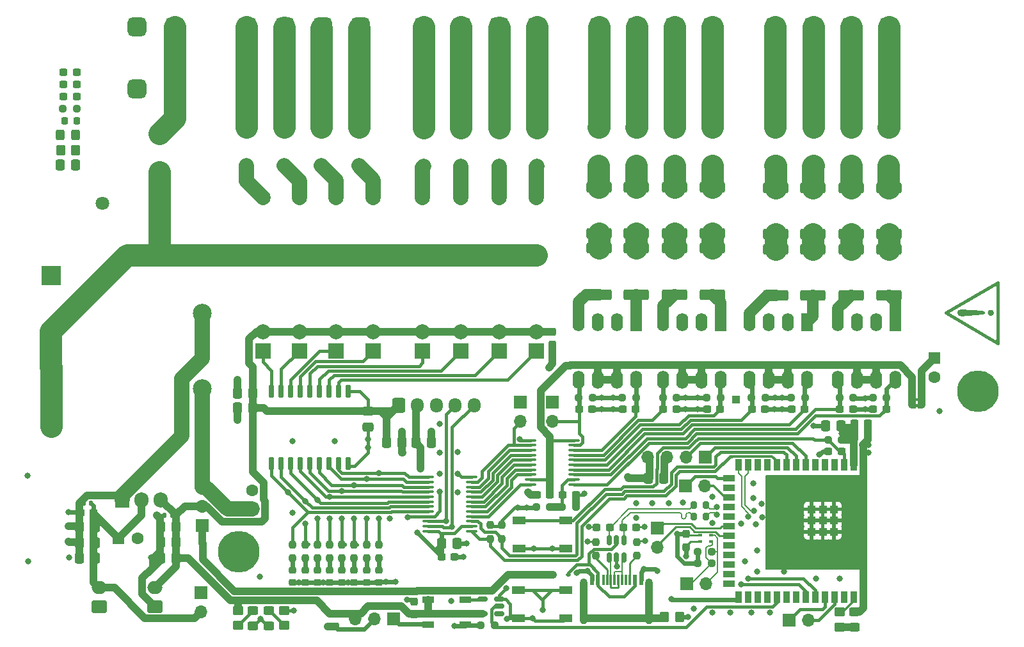
<source format=gbr>
%TF.GenerationSoftware,KiCad,Pcbnew,8.0.4*%
%TF.CreationDate,2024-09-09T03:46:58+02:00*%
%TF.ProjectId,hamodule,68616d6f-6475-46c6-952e-6b696361645f,20240908.24.8-1*%
%TF.SameCoordinates,Original*%
%TF.FileFunction,Copper,L1,Top*%
%TF.FilePolarity,Positive*%
%FSLAX46Y46*%
G04 Gerber Fmt 4.6, Leading zero omitted, Abs format (unit mm)*
G04 Created by KiCad (PCBNEW 8.0.4) date 2024-09-09 03:46:58*
%MOMM*%
%LPD*%
G01*
G04 APERTURE LIST*
G04 Aperture macros list*
%AMRoundRect*
0 Rectangle with rounded corners*
0 $1 Rounding radius*
0 $2 $3 $4 $5 $6 $7 $8 $9 X,Y pos of 4 corners*
0 Add a 4 corners polygon primitive as box body*
4,1,4,$2,$3,$4,$5,$6,$7,$8,$9,$2,$3,0*
0 Add four circle primitives for the rounded corners*
1,1,$1+$1,$2,$3*
1,1,$1+$1,$4,$5*
1,1,$1+$1,$6,$7*
1,1,$1+$1,$8,$9*
0 Add four rect primitives between the rounded corners*
20,1,$1+$1,$2,$3,$4,$5,0*
20,1,$1+$1,$4,$5,$6,$7,0*
20,1,$1+$1,$6,$7,$8,$9,0*
20,1,$1+$1,$8,$9,$2,$3,0*%
%AMFreePoly0*
4,1,19,0.500000,-0.750000,0.000000,-0.750000,0.000000,-0.744911,-0.071157,-0.744911,-0.207708,-0.704816,-0.327430,-0.627875,-0.420627,-0.520320,-0.479746,-0.390866,-0.500000,-0.250000,-0.500000,0.250000,-0.479746,0.390866,-0.420627,0.520320,-0.327430,0.627875,-0.207708,0.704816,-0.071157,0.744911,0.000000,0.744911,0.000000,0.750000,0.500000,0.750000,0.500000,-0.750000,0.500000,-0.750000,
$1*%
%AMFreePoly1*
4,1,19,0.000000,0.744911,0.071157,0.744911,0.207708,0.704816,0.327430,0.627875,0.420627,0.520320,0.479746,0.390866,0.500000,0.250000,0.500000,-0.250000,0.479746,-0.390866,0.420627,-0.520320,0.327430,-0.627875,0.207708,-0.704816,0.071157,-0.744911,0.000000,-0.744911,0.000000,-0.750000,-0.500000,-0.750000,-0.500000,0.750000,0.000000,0.750000,0.000000,0.744911,0.000000,0.744911,
$1*%
G04 Aperture macros list end*
%TA.AperFunction,EtchedComponent*%
%ADD10C,0.381000*%
%TD*%
%TA.AperFunction,EtchedComponent*%
%ADD11C,0.200000*%
%TD*%
%TA.AperFunction,EtchedComponent*%
%ADD12C,0.450000*%
%TD*%
%TA.AperFunction,EtchedComponent*%
%ADD13C,0.250000*%
%TD*%
%TA.AperFunction,EtchedComponent*%
%ADD14C,0.400000*%
%TD*%
%TA.AperFunction,EtchedComponent*%
%ADD15C,0.000000*%
%TD*%
%TA.AperFunction,ComponentPad*%
%ADD16R,1.700000X1.700000*%
%TD*%
%TA.AperFunction,ComponentPad*%
%ADD17O,1.700000X1.700000*%
%TD*%
%TA.AperFunction,SMDPad,CuDef*%
%ADD18RoundRect,0.249999X-1.425001X0.450001X-1.425001X-0.450001X1.425001X-0.450001X1.425001X0.450001X0*%
%TD*%
%TA.AperFunction,ComponentPad*%
%ADD19C,1.800000*%
%TD*%
%TA.AperFunction,SMDPad,CuDef*%
%ADD20RoundRect,0.250000X0.450000X-0.325000X0.450000X0.325000X-0.450000X0.325000X-0.450000X-0.325000X0*%
%TD*%
%TA.AperFunction,SMDPad,CuDef*%
%ADD21RoundRect,0.250000X0.450000X-0.350000X0.450000X0.350000X-0.450000X0.350000X-0.450000X-0.350000X0*%
%TD*%
%TA.AperFunction,ComponentPad*%
%ADD22RoundRect,0.250000X0.750000X-0.600000X0.750000X0.600000X-0.750000X0.600000X-0.750000X-0.600000X0*%
%TD*%
%TA.AperFunction,ComponentPad*%
%ADD23O,2.000000X1.700000*%
%TD*%
%TA.AperFunction,SMDPad,CuDef*%
%ADD24RoundRect,0.250000X0.337500X0.475000X-0.337500X0.475000X-0.337500X-0.475000X0.337500X-0.475000X0*%
%TD*%
%TA.AperFunction,ComponentPad*%
%ADD25R,2.500000X2.500000*%
%TD*%
%TA.AperFunction,ComponentPad*%
%ADD26C,2.500000*%
%TD*%
%TA.AperFunction,ComponentPad*%
%ADD27R,1.905000X2.000000*%
%TD*%
%TA.AperFunction,ComponentPad*%
%ADD28O,1.905000X2.000000*%
%TD*%
%TA.AperFunction,ComponentPad*%
%ADD29RoundRect,0.625000X0.625000X0.625000X-0.625000X0.625000X-0.625000X-0.625000X0.625000X-0.625000X0*%
%TD*%
%TA.AperFunction,ComponentPad*%
%ADD30C,2.000000*%
%TD*%
%TA.AperFunction,ComponentPad*%
%ADD31R,1.600000X2.400000*%
%TD*%
%TA.AperFunction,ComponentPad*%
%ADD32O,1.600000X2.400000*%
%TD*%
%TA.AperFunction,SMDPad,CuDef*%
%ADD33RoundRect,0.237500X-0.250000X-0.237500X0.250000X-0.237500X0.250000X0.237500X-0.250000X0.237500X0*%
%TD*%
%TA.AperFunction,SMDPad,CuDef*%
%ADD34RoundRect,0.237500X0.300000X0.237500X-0.300000X0.237500X-0.300000X-0.237500X0.300000X-0.237500X0*%
%TD*%
%TA.AperFunction,SMDPad,CuDef*%
%ADD35R,1.800000X1.100000*%
%TD*%
%TA.AperFunction,SMDPad,CuDef*%
%ADD36RoundRect,0.237500X-0.300000X-0.237500X0.300000X-0.237500X0.300000X0.237500X-0.300000X0.237500X0*%
%TD*%
%TA.AperFunction,SMDPad,CuDef*%
%ADD37RoundRect,0.237500X-0.237500X0.300000X-0.237500X-0.300000X0.237500X-0.300000X0.237500X0.300000X0*%
%TD*%
%TA.AperFunction,SMDPad,CuDef*%
%ADD38RoundRect,0.150000X0.150000X-0.725000X0.150000X0.725000X-0.150000X0.725000X-0.150000X-0.725000X0*%
%TD*%
%TA.AperFunction,ComponentPad*%
%ADD39R,1.600000X1.600000*%
%TD*%
%TA.AperFunction,ComponentPad*%
%ADD40C,1.600000*%
%TD*%
%TA.AperFunction,SMDPad,CuDef*%
%ADD41RoundRect,0.237500X0.237500X-0.250000X0.237500X0.250000X-0.237500X0.250000X-0.237500X-0.250000X0*%
%TD*%
%TA.AperFunction,SMDPad,CuDef*%
%ADD42RoundRect,0.218750X0.256250X-0.218750X0.256250X0.218750X-0.256250X0.218750X-0.256250X-0.218750X0*%
%TD*%
%TA.AperFunction,ComponentPad*%
%ADD43R,2.000000X2.000000*%
%TD*%
%TA.AperFunction,SMDPad,CuDef*%
%ADD44RoundRect,0.150000X0.512500X0.150000X-0.512500X0.150000X-0.512500X-0.150000X0.512500X-0.150000X0*%
%TD*%
%TA.AperFunction,SMDPad,CuDef*%
%ADD45RoundRect,0.200000X0.200000X0.275000X-0.200000X0.275000X-0.200000X-0.275000X0.200000X-0.275000X0*%
%TD*%
%TA.AperFunction,SMDPad,CuDef*%
%ADD46R,0.900000X1.500000*%
%TD*%
%TA.AperFunction,SMDPad,CuDef*%
%ADD47R,1.500000X0.900000*%
%TD*%
%TA.AperFunction,SMDPad,CuDef*%
%ADD48R,1.000000X1.000000*%
%TD*%
%TA.AperFunction,SMDPad,CuDef*%
%ADD49RoundRect,0.100000X0.637500X0.100000X-0.637500X0.100000X-0.637500X-0.100000X0.637500X-0.100000X0*%
%TD*%
%TA.AperFunction,SMDPad,CuDef*%
%ADD50RoundRect,0.237500X0.237500X-0.300000X0.237500X0.300000X-0.237500X0.300000X-0.237500X-0.300000X0*%
%TD*%
%TA.AperFunction,ComponentPad*%
%ADD51R,1.000000X1.000000*%
%TD*%
%TA.AperFunction,SMDPad,CuDef*%
%ADD52RoundRect,0.250000X-0.450000X0.325000X-0.450000X-0.325000X0.450000X-0.325000X0.450000X0.325000X0*%
%TD*%
%TA.AperFunction,SMDPad,CuDef*%
%ADD53RoundRect,0.250000X-0.337500X-0.475000X0.337500X-0.475000X0.337500X0.475000X-0.337500X0.475000X0*%
%TD*%
%TA.AperFunction,SMDPad,CuDef*%
%ADD54RoundRect,0.112500X-0.187500X-0.112500X0.187500X-0.112500X0.187500X0.112500X-0.187500X0.112500X0*%
%TD*%
%TA.AperFunction,SMDPad,CuDef*%
%ADD55RoundRect,0.250000X0.350000X0.450000X-0.350000X0.450000X-0.350000X-0.450000X0.350000X-0.450000X0*%
%TD*%
%TA.AperFunction,SMDPad,CuDef*%
%ADD56RoundRect,0.140000X-0.140000X-0.170000X0.140000X-0.170000X0.140000X0.170000X-0.140000X0.170000X0*%
%TD*%
%TA.AperFunction,SMDPad,CuDef*%
%ADD57R,0.600000X1.450000*%
%TD*%
%TA.AperFunction,SMDPad,CuDef*%
%ADD58R,0.300000X1.450000*%
%TD*%
%TA.AperFunction,ComponentPad*%
%ADD59O,1.000000X2.100000*%
%TD*%
%TA.AperFunction,ComponentPad*%
%ADD60O,1.000000X1.600000*%
%TD*%
%TA.AperFunction,ComponentPad*%
%ADD61RoundRect,0.250000X-0.600000X-0.725000X0.600000X-0.725000X0.600000X0.725000X-0.600000X0.725000X0*%
%TD*%
%TA.AperFunction,ComponentPad*%
%ADD62O,1.700000X1.950000*%
%TD*%
%TA.AperFunction,SMDPad,CuDef*%
%ADD63RoundRect,0.250000X0.325000X0.450000X-0.325000X0.450000X-0.325000X-0.450000X0.325000X-0.450000X0*%
%TD*%
%TA.AperFunction,SMDPad,CuDef*%
%ADD64RoundRect,0.250000X-0.475000X0.337500X-0.475000X-0.337500X0.475000X-0.337500X0.475000X0.337500X0*%
%TD*%
%TA.AperFunction,ComponentPad*%
%ADD65C,5.500000*%
%TD*%
%TA.AperFunction,SMDPad,CuDef*%
%ADD66RoundRect,0.140000X0.140000X0.170000X-0.140000X0.170000X-0.140000X-0.170000X0.140000X-0.170000X0*%
%TD*%
%TA.AperFunction,SMDPad,CuDef*%
%ADD67RoundRect,0.250000X-0.350000X-0.450000X0.350000X-0.450000X0.350000X0.450000X-0.350000X0.450000X0*%
%TD*%
%TA.AperFunction,SMDPad,CuDef*%
%ADD68R,0.500000X0.300000*%
%TD*%
%TA.AperFunction,SMDPad,CuDef*%
%ADD69RoundRect,0.150000X0.150000X-0.512500X0.150000X0.512500X-0.150000X0.512500X-0.150000X-0.512500X0*%
%TD*%
%TA.AperFunction,SMDPad,CuDef*%
%ADD70RoundRect,0.237500X0.250000X0.237500X-0.250000X0.237500X-0.250000X-0.237500X0.250000X-0.237500X0*%
%TD*%
%TA.AperFunction,SMDPad,CuDef*%
%ADD71FreePoly0,0.000000*%
%TD*%
%TA.AperFunction,SMDPad,CuDef*%
%ADD72FreePoly1,0.000000*%
%TD*%
%TA.AperFunction,SMDPad,CuDef*%
%ADD73RoundRect,0.237500X-0.237500X0.250000X-0.237500X-0.250000X0.237500X-0.250000X0.237500X0.250000X0*%
%TD*%
%TA.AperFunction,SMDPad,CuDef*%
%ADD74RoundRect,0.218750X0.218750X0.256250X-0.218750X0.256250X-0.218750X-0.256250X0.218750X-0.256250X0*%
%TD*%
%TA.AperFunction,ViaPad*%
%ADD75C,0.800000*%
%TD*%
%TA.AperFunction,Conductor*%
%ADD76C,3.000000*%
%TD*%
%TA.AperFunction,Conductor*%
%ADD77C,1.000000*%
%TD*%
%TA.AperFunction,Conductor*%
%ADD78C,0.600000*%
%TD*%
%TA.AperFunction,Conductor*%
%ADD79C,0.400000*%
%TD*%
%TA.AperFunction,Conductor*%
%ADD80C,0.250000*%
%TD*%
%TA.AperFunction,Conductor*%
%ADD81C,2.000000*%
%TD*%
%TA.AperFunction,Conductor*%
%ADD82C,0.200000*%
%TD*%
%TA.AperFunction,Conductor*%
%ADD83C,0.350000*%
%TD*%
%TA.AperFunction,Conductor*%
%ADD84C,1.500000*%
%TD*%
G04 APERTURE END LIST*
D10*
%TO.C,G9*%
X122164000Y42468400D02*
X129084000Y46468400D01*
D11*
X122584000Y42318400D02*
X122584000Y42628400D01*
X129064000Y45978400D02*
X128654736Y46244722D01*
X129064000Y38958400D02*
X128654736Y38692078D01*
D10*
X129084000Y46468400D02*
X129084000Y38468400D01*
X129084000Y38468400D02*
X122164000Y42468400D01*
D12*
X124349000Y42468400D02*
G75*
G02*
X123899000Y42468400I-225000J0D01*
G01*
X123899000Y42468400D02*
G75*
G02*
X124349000Y42468400I225000J0D01*
G01*
D13*
X127249000Y42468400D02*
G75*
G02*
X126999000Y42468400I-125000J0D01*
G01*
X126999000Y42468400D02*
G75*
G02*
X127249000Y42468400I125000J0D01*
G01*
D14*
X128324000Y42468400D02*
G75*
G02*
X127924000Y42468400I-200000J0D01*
G01*
X127924000Y42468400D02*
G75*
G02*
X128324000Y42468400I200000J0D01*
G01*
D15*
%TA.AperFunction,EtchedComponent*%
G36*
X127124000Y42718400D02*
G01*
X127124000Y42218400D01*
X124124000Y42018400D01*
X124124000Y42918400D01*
X127124000Y42718400D01*
G37*
%TD.AperFunction*%
%TA.AperFunction,EtchedComponent*%
%TO.C,JP1*%
G36*
X118574000Y30768400D02*
G01*
X118074000Y30768400D01*
X118074000Y31168400D01*
X118574000Y31168400D01*
X118574000Y30768400D01*
G37*
%TD.AperFunction*%
%TA.AperFunction,EtchedComponent*%
G36*
X118574000Y29968400D02*
G01*
X118074000Y29968400D01*
X118074000Y30368400D01*
X118574000Y30368400D01*
X118574000Y29968400D01*
G37*
%TD.AperFunction*%
%TD*%
D16*
%TO.P,J5,1,Pin_1*%
%TO.N,3.3V+*%
X23674000Y5448400D03*
D17*
%TO.P,J5,2,Pin_2*%
%TO.N,Net-(J4-Pin_2)*%
X23674000Y2908400D03*
%TD*%
D18*
%TO.P,R12,1*%
%TO.N,Net-(F5-Pad1)*%
X76275000Y59056900D03*
%TO.P,R12,2*%
%TO.N,Net-(R12-Pad2)*%
X76275000Y52956900D03*
%TD*%
%TO.P,R11,1*%
%TO.N,Net-(F4-Pad1)*%
X81228000Y59056900D03*
%TO.P,R11,2*%
%TO.N,Net-(R11-Pad2)*%
X81228000Y52956900D03*
%TD*%
D19*
%TO.P,RV1,1*%
%TO.N,220VAC(N)*%
X10626400Y57005330D03*
%TO.P,RV1,2*%
%TO.N,220VAC(L)*%
X18126400Y55372000D03*
%TD*%
D18*
%TO.P,R19,1*%
%TO.N,Net-(R11-Pad2)*%
X81228000Y51005100D03*
%TO.P,R19,2*%
%TO.N,Net-(R19-Pad2)*%
X81228000Y44905100D03*
%TD*%
%TO.P,R20,1*%
%TO.N,Net-(R12-Pad2)*%
X76275000Y51005100D03*
%TO.P,R20,2*%
%TO.N,Net-(R20-Pad2)*%
X76275000Y44905100D03*
%TD*%
D20*
%TO.P,D2,1,K*%
%TO.N,GND*%
X30524000Y993400D03*
%TO.P,D2,2,A*%
%TO.N,Net-(D2-A)*%
X30524000Y3043400D03*
%TD*%
D21*
%TO.P,R7,1*%
%TO.N,Net-(D2-A)*%
X28524000Y1068400D03*
%TO.P,R7,2*%
%TO.N,5V+*%
X28524000Y3068400D03*
%TD*%
D22*
%TO.P,J1,1,Pin_1*%
%TO.N,GND*%
X17574000Y3568700D03*
D23*
%TO.P,J1,2,Pin_2*%
%TO.N,5V+*%
X17574000Y6068700D03*
%TD*%
D24*
%TO.P,C14,1*%
%TO.N,Net-(J4-Pin_2)*%
X9644200Y14098600D03*
%TO.P,C14,2*%
%TO.N,GND*%
X7569200Y14098600D03*
%TD*%
%TO.P,C8,1*%
%TO.N,5V+*%
X20361500Y12068400D03*
%TO.P,C8,2*%
%TO.N,GND*%
X18286500Y12068400D03*
%TD*%
D25*
%TO.P,PS1,1,VAC_IN(N)*%
%TO.N,220VAC(N)*%
X3780000Y47421800D03*
D26*
%TO.P,PS1,5,VAC_IN(L)*%
%TO.N,220VAC(L)*%
X3780000Y27421800D03*
%TO.P,PS1,7,+VOUT*%
%TO.N,5V+_PS*%
X23780000Y32421800D03*
%TO.P,PS1,9,-VOUT*%
%TO.N,GND*%
X23780000Y42421800D03*
%TD*%
D27*
%TO.P,U1,1,GND*%
%TO.N,GND*%
X13242700Y17729200D03*
D28*
%TO.P,U1,2,VO*%
%TO.N,Net-(J4-Pin_2)*%
X15782700Y17729200D03*
%TO.P,U1,3,VI*%
%TO.N,5V+*%
X18322700Y17729200D03*
%TD*%
D29*
%TO.P,J15,1,1*%
%TO.N,Net-(F13-Pad2)*%
X44691800Y72136000D03*
%TO.P,J15,2,2*%
X44691800Y80335999D03*
%TO.P,J15,3,3*%
%TO.N,Net-(F12-Pad2)*%
X39691800Y72136000D03*
%TO.P,J15,4,4*%
X39691800Y80335999D03*
%TO.P,J15,5,5*%
%TO.N,Net-(F11-Pad2)*%
X34691800Y72136000D03*
%TO.P,J15,6,6*%
X34691800Y80335999D03*
%TO.P,J15,7,7*%
%TO.N,Net-(F10-Pad2)*%
X29691800Y72136000D03*
%TO.P,J15,8,8*%
X29691800Y80335999D03*
%TD*%
%TO.P,J2,1,1*%
%TO.N,Net-(F1-Pad1)*%
X20144000Y72112401D03*
%TO.P,J2,2,2*%
X20144000Y80312400D03*
%TO.P,J2,3,3*%
%TO.N,220VAC(N)*%
X15144000Y72112401D03*
%TO.P,J2,4,4*%
X15144000Y80312400D03*
%TD*%
%TO.P,J7,1,1*%
%TO.N,Net-(F2-Pad2)*%
X91264000Y72140201D03*
%TO.P,J7,2,2*%
X91264000Y80340200D03*
%TO.P,J7,3,3*%
%TO.N,Net-(F3-Pad2)*%
X86264000Y72140201D03*
%TO.P,J7,4,4*%
X86264000Y80340200D03*
%TO.P,J7,5,5*%
%TO.N,Net-(F4-Pad2)*%
X81264000Y72140201D03*
%TO.P,J7,6,6*%
X81264000Y80340200D03*
%TO.P,J7,7,7*%
%TO.N,Net-(F5-Pad2)*%
X76264000Y72140201D03*
%TO.P,J7,8,8*%
X76264000Y80340200D03*
%TD*%
D30*
%TO.P,F1,1*%
%TO.N,Net-(F1-Pad1)*%
X18161000Y66243200D03*
%TO.P,F1,2*%
%TO.N,220VAC(L)*%
X18151000Y61163200D03*
%TD*%
D31*
%TO.P,U4,1*%
%TO.N,Net-(R23-Pad2)*%
X115513178Y41232282D03*
D32*
%TO.P,U4,2*%
%TO.N,220VAC(N)-LowV*%
X112973178Y41232282D03*
%TO.P,U4,3*%
X110433178Y41232282D03*
%TO.P,U4,4*%
%TO.N,Net-(R24-Pad2)*%
X107893178Y41232282D03*
%TO.P,U4,5*%
%TO.N,Net-(U9-A2)*%
X107893178Y33612282D03*
%TO.P,U4,6*%
%TO.N,3.3V+*%
X110433178Y33612282D03*
%TO.P,U4,7*%
X112973178Y33612282D03*
%TO.P,U4,8*%
%TO.N,Net-(U9-A1)*%
X115513178Y33612282D03*
%TD*%
D18*
%TO.P,R21,1*%
%TO.N,Net-(R21-Pad1)*%
X91286400Y51005100D03*
%TO.P,R21,2*%
%TO.N,Net-(R21-Pad2)*%
X91286400Y44905100D03*
%TD*%
%TO.P,R10,1*%
%TO.N,Net-(F3-Pad1)*%
X86257200Y59056900D03*
%TO.P,R10,2*%
%TO.N,Net-(R10-Pad2)*%
X86257200Y52956900D03*
%TD*%
%TO.P,R9,1*%
%TO.N,Net-(F2-Pad1)*%
X91286400Y59056900D03*
%TO.P,R9,2*%
%TO.N,Net-(R21-Pad1)*%
X91286400Y52956900D03*
%TD*%
D31*
%TO.P,U7,1*%
%TO.N,Net-(R19-Pad2)*%
X81205300Y41228800D03*
D32*
%TO.P,U7,2*%
%TO.N,220VAC(N)-LowV*%
X78665300Y41228800D03*
%TO.P,U7,3*%
X76125300Y41228800D03*
%TO.P,U7,4*%
%TO.N,Net-(R20-Pad2)*%
X73585300Y41228800D03*
%TO.P,U7,5*%
%TO.N,Net-(J19-Pin_2)*%
X73585300Y33608800D03*
%TO.P,U7,6*%
%TO.N,3.3V+*%
X76125300Y33608800D03*
%TO.P,U7,7*%
X78665300Y33608800D03*
%TO.P,U7,8*%
%TO.N,Net-(U9-A7)*%
X81205300Y33608800D03*
%TD*%
D31*
%TO.P,U6,1*%
%TO.N,Net-(R21-Pad2)*%
X92381300Y41228800D03*
D32*
%TO.P,U6,2*%
%TO.N,220VAC(N)-LowV*%
X89841300Y41228800D03*
%TO.P,U6,3*%
X87301300Y41228800D03*
%TO.P,U6,4*%
%TO.N,Net-(R22-Pad2)*%
X84761300Y41228800D03*
%TO.P,U6,5*%
%TO.N,Net-(U9-A6)*%
X84761300Y33608800D03*
%TO.P,U6,6*%
%TO.N,3.3V+*%
X87301300Y33608800D03*
%TO.P,U6,7*%
X89841300Y33608800D03*
%TO.P,U6,8*%
%TO.N,Net-(U9-A5)*%
X92381300Y33608800D03*
%TD*%
D18*
%TO.P,R22,1*%
%TO.N,Net-(R10-Pad2)*%
X86257200Y51005100D03*
%TO.P,R22,2*%
%TO.N,Net-(R22-Pad2)*%
X86257200Y44905100D03*
%TD*%
D33*
%TO.P,R1,1*%
%TO.N,EN*%
X106588402Y25681201D03*
%TO.P,R1,2*%
%TO.N,3.3V+*%
X108413402Y25681201D03*
%TD*%
D34*
%TO.P,C3,1*%
%TO.N,EN*%
X108350902Y24157201D03*
%TO.P,C3,2*%
%TO.N,GND*%
X106625902Y24157201D03*
%TD*%
D22*
%TO.P,J4,1,Pin_1*%
%TO.N,GND*%
X10174000Y3568700D03*
D23*
%TO.P,J4,2,Pin_2*%
%TO.N,Net-(J4-Pin_2)*%
X10174000Y6068700D03*
%TD*%
D35*
%TO.P,SW2,1,1*%
%TO.N,EN*%
X65671000Y14968400D03*
X71871000Y14968400D03*
%TO.P,SW2,2,2*%
%TO.N,GND*%
X65671000Y11268400D03*
X71871000Y11268400D03*
%TD*%
%TO.P,SW3,1,1*%
%TO.N,IO0*%
X65669800Y5765800D03*
X71869800Y5765800D03*
%TO.P,SW3,2,2*%
%TO.N,GND*%
X65669800Y2065800D03*
X71869800Y2065800D03*
%TD*%
D16*
%TO.P,J10,1,Pin_1*%
%TO.N,RXD0*%
X101429402Y1808701D03*
D17*
%TO.P,J10,2,Pin_2*%
%TO.N,TXD0*%
X103969402Y1808701D03*
%TD*%
D36*
%TO.P,C6,1*%
%TO.N,3.3V+*%
X110099000Y26268400D03*
%TO.P,C6,2*%
%TO.N,GND*%
X111824000Y26268400D03*
%TD*%
D37*
%TO.P,C30,1*%
%TO.N,3.3V+*%
X87779402Y13161201D03*
%TO.P,C30,2*%
%TO.N,GND*%
X87779402Y11436201D03*
%TD*%
D16*
%TO.P,J19,1,Pin_1*%
%TO.N,GND*%
X70124000Y30608400D03*
D17*
%TO.P,J19,2,Pin_2*%
%TO.N,Net-(J19-Pin_2)*%
X70124000Y28068400D03*
%TD*%
D34*
%TO.P,C11,1*%
%TO.N,Net-(C11-Pad1)*%
X77724000Y14078701D03*
%TO.P,C11,2*%
%TO.N,GND*%
X75999000Y14078701D03*
%TD*%
D20*
%TO.P,D3,1,K*%
%TO.N,GND*%
X32624000Y968400D03*
%TO.P,D3,2,A*%
%TO.N,Net-(D3-A)*%
X32624000Y3018400D03*
%TD*%
D38*
%TO.P,U11,1,I1*%
%TO.N,Net-(U11-I1)*%
X32964000Y22543400D03*
%TO.P,U11,2,I2*%
%TO.N,Net-(U11-I2)*%
X34234000Y22543400D03*
%TO.P,U11,3,I3*%
%TO.N,Net-(U11-I3)*%
X35504000Y22543400D03*
%TO.P,U11,4,I4*%
%TO.N,Net-(U11-I4)*%
X36774000Y22543400D03*
%TO.P,U11,5,I5*%
%TO.N,Net-(U11-I5)*%
X38044000Y22543400D03*
%TO.P,U11,6,I6*%
%TO.N,Net-(U11-I6)*%
X39314000Y22543400D03*
%TO.P,U11,7,I7*%
%TO.N,Net-(U11-I7)*%
X40584000Y22543400D03*
%TO.P,U11,8,I8*%
%TO.N,Net-(U11-I8)*%
X41854000Y22543400D03*
%TO.P,U11,9,GND*%
%TO.N,GND*%
X43124000Y22543400D03*
%TO.P,U11,10,COM*%
%TO.N,5V+*%
X43124000Y32093400D03*
%TO.P,U11,11,O8*%
%TO.N,Net-(U11-O8)*%
X41854000Y32093400D03*
%TO.P,U11,12,O7*%
%TO.N,Net-(U11-O7)*%
X40584000Y32093400D03*
%TO.P,U11,13,O6*%
%TO.N,Net-(U11-O6)*%
X39314000Y32093400D03*
%TO.P,U11,14,O5*%
%TO.N,Net-(U11-O5)*%
X38044000Y32093400D03*
%TO.P,U11,15,O4*%
%TO.N,Net-(U11-O4)*%
X36774000Y32093400D03*
%TO.P,U11,16,O3*%
%TO.N,Net-(U11-O3)*%
X35504000Y32093400D03*
%TO.P,U11,17,O2*%
%TO.N,Net-(U11-O2)*%
X34234000Y32093400D03*
%TO.P,U11,18,O1*%
%TO.N,Net-(U11-O1)*%
X32964000Y32093400D03*
%TD*%
D39*
%TO.P,C19,1*%
%TO.N,Net-(JP1-B)*%
X120624000Y36468400D03*
D40*
%TO.P,C19,2*%
%TO.N,GND*%
X120624000Y33968400D03*
%TD*%
D16*
%TO.P,J14,1,Pin_1*%
%TO.N,GPIO15*%
X90364000Y23368400D03*
D17*
%TO.P,J14,2,Pin_2*%
%TO.N,GPIO7*%
X87824000Y23368400D03*
%TO.P,J14,3,Pin_3*%
%TO.N,GND*%
X85284000Y23368400D03*
%TO.P,J14,4,Pin_4*%
%TO.N,3.3V+*%
X82744000Y23368400D03*
%TD*%
D41*
%TO.P,R46,1*%
%TO.N,Net-(D6-A)*%
X37396000Y9965496D03*
%TO.P,R46,2*%
%TO.N,Net-(U11-I2)*%
X37396000Y11790496D03*
%TD*%
D29*
%TO.P,J6,1,1*%
%TO.N,Net-(F6-Pad2)*%
X114621702Y72140201D03*
%TO.P,J6,2,2*%
X114621702Y80340200D03*
%TO.P,J6,3,3*%
%TO.N,Net-(F7-Pad2)*%
X109621702Y72140201D03*
%TO.P,J6,4,4*%
X109621702Y80340200D03*
%TO.P,J6,5,5*%
%TO.N,Net-(F8-Pad2)*%
X104621702Y72140201D03*
%TO.P,J6,6,6*%
X104621702Y80340200D03*
%TO.P,J6,7,7*%
%TO.N,Net-(F9-Pad2)*%
X99621702Y72140201D03*
%TO.P,J6,8,8*%
X99621702Y80340200D03*
%TD*%
%TO.P,J16,1,1*%
%TO.N,Net-(F17-Pad2)*%
X68059800Y72136000D03*
%TO.P,J16,2,2*%
X68059800Y80335999D03*
%TO.P,J16,3,3*%
%TO.N,Net-(F16-Pad2)*%
X63059800Y72136000D03*
%TO.P,J16,4,4*%
X63059800Y80335999D03*
%TO.P,J16,5,5*%
%TO.N,Net-(F15-Pad2)*%
X58059800Y72136000D03*
%TO.P,J16,6,6*%
X58059800Y80335999D03*
%TO.P,J16,7,7*%
%TO.N,Net-(F14-Pad2)*%
X53059800Y72136000D03*
%TO.P,J16,8,8*%
X53059800Y80335999D03*
%TD*%
D41*
%TO.P,R45,1*%
%TO.N,Net-(D5-A)*%
X35770400Y9967396D03*
%TO.P,R45,2*%
%TO.N,Net-(U11-I1)*%
X35770400Y11792396D03*
%TD*%
D18*
%TO.P,R25,1*%
%TO.N,Net-(R15-Pad2)*%
X104583200Y50900600D03*
%TO.P,R25,2*%
%TO.N,Net-(R25-Pad2)*%
X104583200Y44800600D03*
%TD*%
D36*
%TO.P,C25,1*%
%TO.N,Net-(U9-A4)*%
X96524002Y29707101D03*
%TO.P,C25,2*%
%TO.N,GND*%
X98249002Y29707101D03*
%TD*%
D34*
%TO.P,C40,1*%
%TO.N,unconnected-(C40-Pad1)*%
X7174000Y72718400D03*
%TO.P,C40,2*%
%TO.N,unconnected-(C40-Pad2)*%
X5449000Y72718400D03*
%TD*%
D18*
%TO.P,R15,1*%
%TO.N,Net-(F8-Pad1)*%
X104583200Y59032600D03*
%TO.P,R15,2*%
%TO.N,Net-(R15-Pad2)*%
X104583200Y52932600D03*
%TD*%
D42*
%TO.P,D5,1,K*%
%TO.N,GND*%
X35770400Y6790296D03*
%TO.P,D5,2,A*%
%TO.N,Net-(D5-A)*%
X35770400Y8365296D03*
%TD*%
D36*
%TO.P,C23,1*%
%TO.N,Net-(U9-A2)*%
X108156102Y29707101D03*
%TO.P,C23,2*%
%TO.N,GND*%
X109881102Y29707101D03*
%TD*%
D19*
%TO.P,F15,1*%
%TO.N,Net-(F15-Pad1)*%
X58026800Y61849000D03*
%TO.P,F15,2*%
%TO.N,Net-(F15-Pad2)*%
X58026800Y66929000D03*
%TD*%
D21*
%TO.P,R8,1*%
%TO.N,Net-(D3-A)*%
X34624000Y1068400D03*
%TO.P,R8,2*%
%TO.N,3.3V+*%
X34624000Y3068400D03*
%TD*%
D33*
%TO.P,R32,1*%
%TO.N,Net-(U9-A6)*%
X84738626Y31255920D03*
%TO.P,R32,2*%
%TO.N,GND*%
X86563626Y31255920D03*
%TD*%
D43*
%TO.P,K5,1*%
%TO.N,Net-(U11-O5)*%
X52911000Y37424500D03*
D30*
%TO.P,K5,2*%
%TO.N,5V+*%
X52911000Y39964500D03*
%TO.P,K5,3*%
%TO.N,220VAC(L)*%
X52911000Y50124500D03*
%TO.P,K5,4*%
%TO.N,Net-(F14-Pad1)*%
X52911000Y57744500D03*
%TD*%
D16*
%TO.P,J12,1,Pin_1*%
%TO.N,GPIO3*%
X87724000Y19568400D03*
D17*
%TO.P,J12,2,Pin_2*%
%TO.N,GPIO9*%
X90264000Y19568400D03*
%TD*%
D19*
%TO.P,F4,1*%
%TO.N,Net-(F4-Pad1)*%
X81228000Y61952500D03*
%TO.P,F4,2*%
%TO.N,Net-(F4-Pad2)*%
X81228000Y67032500D03*
%TD*%
D41*
%TO.P,R50,1*%
%TO.N,Net-(D10-A)*%
X43898400Y9967396D03*
%TO.P,R50,2*%
%TO.N,Net-(U11-I6)*%
X43898400Y11792396D03*
%TD*%
%TO.P,R49,1*%
%TO.N,Net-(D9-A)*%
X42272800Y9965496D03*
%TO.P,R49,2*%
%TO.N,Net-(U11-I5)*%
X42272800Y11790496D03*
%TD*%
D18*
%TO.P,R26,1*%
%TO.N,Net-(R16-Pad2)*%
X99644200Y50852800D03*
%TO.P,R26,2*%
%TO.N,Net-(R26-Pad2)*%
X99644200Y44752800D03*
%TD*%
D33*
%TO.P,R34,1*%
%TO.N,Net-(J19-Pin_2)*%
X73611526Y31255920D03*
%TO.P,R34,2*%
%TO.N,GND*%
X75436526Y31255920D03*
%TD*%
D44*
%TO.P,U10,1,NC*%
%TO.N,unconnected-(U10-NC-Pad1)*%
X63124000Y2641600D03*
%TO.P,U10,2,A*%
%TO.N,RGBLED*%
X63124000Y3591600D03*
%TO.P,U10,3,GND*%
%TO.N,GND*%
X63124000Y4541600D03*
%TO.P,U10,4,Y*%
%TO.N,Net-(D4-DIN)*%
X60849000Y4541600D03*
%TO.P,U10,5,VCC*%
%TO.N,5V+*%
X60849000Y2641600D03*
%TD*%
D45*
%TO.P,R5,1*%
%TO.N,/ESP-D-*%
X90454402Y16988701D03*
%TO.P,R5,2*%
%TO.N,Net-(C11-Pad1)*%
X88804402Y16988701D03*
%TD*%
D39*
%TO.P,C18,1*%
%TO.N,5V+_PS*%
X30424000Y16486020D03*
D40*
%TO.P,C18,2*%
%TO.N,GND*%
X30424000Y18986020D03*
%TD*%
D33*
%TO.P,R27,1*%
%TO.N,GND*%
X112511500Y31231101D03*
%TO.P,R27,2*%
%TO.N,Net-(U9-A1)*%
X114336500Y31231101D03*
%TD*%
D18*
%TO.P,R16,1*%
%TO.N,Net-(F9-Pad1)*%
X99644200Y58982800D03*
%TO.P,R16,2*%
%TO.N,Net-(R16-Pad2)*%
X99644200Y52882800D03*
%TD*%
D45*
%TO.P,R6,1*%
%TO.N,/ESP-D+*%
X90454402Y15513701D03*
%TO.P,R6,2*%
%TO.N,Net-(C13-Pad1)*%
X88804402Y15513701D03*
%TD*%
D46*
%TO.P,U3,1,GND*%
%TO.N,GND*%
X111239402Y22348701D03*
%TO.P,U3,2,3V3*%
%TO.N,3.3V+*%
X109969402Y22348701D03*
%TO.P,U3,3,EN*%
%TO.N,EN*%
X108699402Y22348701D03*
%TO.P,U3,4,GPIO4/TOUCH4/ADC1_CH3*%
%TO.N,unconnected-(U3-GPIO4{slash}TOUCH4{slash}ADC1_CH3-Pad4)*%
X107429402Y22348701D03*
%TO.P,U3,5,GPIO5/TOUCH5/ADC1_CH4*%
%TO.N,unconnected-(U3-GPIO5{slash}TOUCH5{slash}ADC1_CH4-Pad5)*%
X106159402Y22348701D03*
%TO.P,U3,6,GPIO6/TOUCH6/ADC1_CH5*%
%TO.N,unconnected-(U3-GPIO6{slash}TOUCH6{slash}ADC1_CH5-Pad6)*%
X104889402Y22348701D03*
%TO.P,U3,7,GPIO7/TOUCH7/ADC1_CH6*%
%TO.N,GPIO7*%
X103619402Y22348701D03*
%TO.P,U3,8,GPIO15/U0RTS/ADC2_CH4/XTAL_32K_P*%
%TO.N,GPIO15*%
X102349402Y22348701D03*
%TO.P,U3,9,GPIO16/U0CTS/ADC2_CH5/XTAL_32K_NH5*%
%TO.N,TCAL_RESET*%
X101079402Y22348701D03*
%TO.P,U3,10,GPIO17/U1TXD/ADC2_CH6*%
%TO.N,TCAL_INT*%
X99809402Y22348701D03*
%TO.P,U3,11,GPIO18/U1RXD/ADC2_CH7/CLK_OUT3*%
%TO.N,unconnected-(U3-GPIO18{slash}U1RXD{slash}ADC2_CH7{slash}CLK_OUT3-Pad11)*%
X98539402Y22348701D03*
%TO.P,U3,12,GPIO8/TOUCH8/ADC1_CH7/SUBSPICS1*%
%TO.N,unconnected-(U3-GPIO8{slash}TOUCH8{slash}ADC1_CH7{slash}SUBSPICS1-Pad12)*%
X97269402Y22348701D03*
%TO.P,U3,13,GPIO19/U1RTS/ADC2_CH8/CLK_OUT2/USB_D-*%
%TO.N,/ESP-D-*%
X95999402Y22348701D03*
%TO.P,U3,14,GPIO20/U1CTS/ADC2_CH9/CLK_OUT1/USB_D+*%
%TO.N,/ESP-D+*%
X94729402Y22348701D03*
D47*
%TO.P,U3,15,GPIO3/TOUCH3/ADC1_CH2*%
%TO.N,GPIO3*%
X93479402Y20583701D03*
%TO.P,U3,16,GPIO46*%
%TO.N,unconnected-(U3-GPIO46-Pad16)*%
X93479402Y19313701D03*
%TO.P,U3,17,GPIO9/TOUCH9/ADC1_CH8/FSPIHD/SUBSPIHD*%
%TO.N,GPIO9*%
X93479402Y18043701D03*
%TO.P,U3,18,GPIO10/TOUCH10/ADC1_CH9/FSPICS0/FSPIIO4/SUBSPICS0*%
%TO.N,unconnected-(U3-GPIO10{slash}TOUCH10{slash}ADC1_CH9{slash}FSPICS0{slash}FSPIIO4{slash}SUBSPICS0-Pad18)*%
X93479402Y16773701D03*
%TO.P,U3,19,GPIO11/TOUCH11/ADC2_CH0/FSPID/FSPIIO5/SUBSPID*%
%TO.N,unconnected-(U3-GPIO11{slash}TOUCH11{slash}ADC2_CH0{slash}FSPID{slash}FSPIIO5{slash}SUBSPID-Pad19)*%
X93479402Y15503701D03*
%TO.P,U3,20,GPIO12/TOUCH12/ADC2_CH1/FSPICLK/FSPIIO6/SUBSPICLK*%
%TO.N,GPIO12*%
X93479402Y14233701D03*
%TO.P,U3,21,GPIO13/TOUCH13/ADC2_CH2/FSPIQ/FSPIIO7/SUBSPIQ*%
%TO.N,GPIO13*%
X93479402Y12963701D03*
%TO.P,U3,22,GPIO14/TOUCH14/ADC2_CH3/FSPIWP/FSPIDQS/SUBSPIWP*%
%TO.N,unconnected-(U3-GPIO14{slash}TOUCH14{slash}ADC2_CH3{slash}FSPIWP{slash}FSPIDQS{slash}SUBSPIWP-Pad22)*%
X93479402Y11693701D03*
%TO.P,U3,23,GPIO21*%
%TO.N,unconnected-(U3-GPIO21-Pad23)*%
X93479402Y10423701D03*
%TO.P,U3,24,GPIO47/SPICLK_P/SUBSPICLK_P_DIFF*%
%TO.N,unconnected-(U3-GPIO47{slash}SPICLK_P{slash}SUBSPICLK_P_DIFF-Pad24)*%
X93479402Y9153701D03*
%TO.P,U3,25,GPIO48/SPICLK_N/SUBSPICLK_N_DIFF*%
%TO.N,unconnected-(U3-GPIO48{slash}SPICLK_N{slash}SUBSPICLK_N_DIFF-Pad25)*%
X93479402Y7883701D03*
%TO.P,U3,26,GPIO45*%
%TO.N,unconnected-(U3-GPIO45-Pad26)*%
X93479402Y6613701D03*
D46*
%TO.P,U3,27,GPIO0/BOOT*%
%TO.N,IO0*%
X94729402Y4848701D03*
%TO.P,U3,28,NC*%
%TO.N,unconnected-(U3-NC-Pad28)*%
X95999402Y4848701D03*
%TO.P,U3,29,NC*%
%TO.N,unconnected-(U3-NC-Pad29)*%
X97269402Y4848701D03*
%TO.P,U3,30,NC*%
%TO.N,unconnected-(U3-NC-Pad30)*%
X98539402Y4848701D03*
%TO.P,U3,31,GPIO38/FSPIWP/SUBSPIWP*%
%TO.N,RGBLED*%
X99809402Y4848701D03*
%TO.P,U3,32,MTCK/GPIO39/CLK_OUT3/SUBSPICS1*%
%TO.N,unconnected-(U3-MTCK{slash}GPIO39{slash}CLK_OUT3{slash}SUBSPICS1-Pad32)*%
X101079402Y4848701D03*
%TO.P,U3,33,MTDO/GPIO40/CLK_OUT2*%
%TO.N,unconnected-(U3-MTDO{slash}GPIO40{slash}CLK_OUT2-Pad33)*%
X102349402Y4848701D03*
%TO.P,U3,34,MTDI/GPIO41/CLK_OUT1*%
%TO.N,SCL*%
X103619402Y4848701D03*
%TO.P,U3,35,MTMS/GPIO42*%
%TO.N,SDA*%
X104889402Y4848701D03*
%TO.P,U3,36,U0RXD/GPIO44/CLK_OUT2*%
%TO.N,RXD0*%
X106159402Y4848701D03*
%TO.P,U3,37,U0TXD/GPIO43/CLK_OUT1*%
%TO.N,TXD0*%
X107429402Y4848701D03*
%TO.P,U3,38,GPIO2/TOUCH2/ADC1_CH1*%
%TO.N,unconnected-(U3-GPIO2{slash}TOUCH2{slash}ADC1_CH1-Pad38)*%
X108699402Y4848701D03*
%TO.P,U3,39,GPIO1/TOUCH1/ADC1_CH0*%
%TO.N,LED-GPIO*%
X109969402Y4848701D03*
%TO.P,U3,40,GND*%
%TO.N,GND*%
X111239402Y4848701D03*
D48*
%TO.P,U3,41,GND*%
X107389402Y16458701D03*
X105889402Y16458701D03*
X104389402Y16458701D03*
X107389402Y14958701D03*
X105889402Y14958701D03*
X104389402Y14958701D03*
X107389402Y13458701D03*
X105889402Y13458701D03*
X104389402Y13458701D03*
%TD*%
D18*
%TO.P,R13,1*%
%TO.N,Net-(F6-Pad1)*%
X114616200Y59032600D03*
%TO.P,R13,2*%
%TO.N,Net-(R13-Pad2)*%
X114616200Y52932600D03*
%TD*%
D42*
%TO.P,D10,1,K*%
%TO.N,GND*%
X43898400Y6790396D03*
%TO.P,D10,2,A*%
%TO.N,Net-(D10-A)*%
X43898400Y8365396D03*
%TD*%
D49*
%TO.P,U12,1,INT*%
%TO.N,TCAL_INT*%
X59449000Y13568400D03*
%TO.P,U12,2,VCCI*%
%TO.N,3.3V+*%
X59449000Y14218400D03*
%TO.P,U12,3,RESET*%
%TO.N,TCAL_RESET*%
X59449000Y14868400D03*
%TO.P,U12,4,P00*%
%TO.N,Net-(U12-P00)*%
X59449000Y15518400D03*
%TO.P,U12,5,P01*%
%TO.N,Net-(U12-P01)*%
X59449000Y16168400D03*
%TO.P,U12,6,P02*%
%TO.N,Net-(U12-P02)*%
X59449000Y16818400D03*
%TO.P,U12,7,P03*%
%TO.N,Net-(U12-P03)*%
X59449000Y17468400D03*
%TO.P,U12,8,P04*%
%TO.N,Net-(U12-P04)*%
X59449000Y18118400D03*
%TO.P,U12,9,P05*%
%TO.N,Net-(U12-P05)*%
X59449000Y18768400D03*
%TO.P,U12,10,P06*%
%TO.N,Net-(U12-P06)*%
X59449000Y19418400D03*
%TO.P,U12,11,P07*%
%TO.N,Net-(J17-Pin_2)*%
X59449000Y20068400D03*
%TO.P,U12,12,GND*%
%TO.N,GND*%
X59449000Y20718400D03*
%TO.P,U12,13,P10*%
%TO.N,Net-(U11-I8)*%
X53724000Y20718400D03*
%TO.P,U12,14,P11*%
%TO.N,Net-(U11-I7)*%
X53724000Y20068400D03*
%TO.P,U12,15,P12*%
%TO.N,Net-(U11-I6)*%
X53724000Y19418400D03*
%TO.P,U12,16,P13*%
%TO.N,Net-(U11-I5)*%
X53724000Y18768400D03*
%TO.P,U12,17,P14*%
%TO.N,Net-(U11-I4)*%
X53724000Y18118400D03*
%TO.P,U12,18,P15*%
%TO.N,Net-(U11-I3)*%
X53724000Y17468400D03*
%TO.P,U12,19,P16*%
%TO.N,Net-(U11-I2)*%
X53724000Y16818400D03*
%TO.P,U12,20,P17*%
%TO.N,Net-(U11-I1)*%
X53724000Y16168400D03*
%TO.P,U12,21,ADDR*%
%TO.N,GND*%
X53724000Y15518400D03*
%TO.P,U12,22,SCL*%
%TO.N,SCL*%
X53724000Y14868400D03*
%TO.P,U12,23,SDA*%
%TO.N,SDA*%
X53724000Y14218400D03*
%TO.P,U12,24,VCCP*%
%TO.N,3.3V+*%
X53724000Y13568400D03*
%TD*%
D43*
%TO.P,K6,1*%
%TO.N,Net-(U11-O6)*%
X57991000Y37424500D03*
D30*
%TO.P,K6,2*%
%TO.N,5V+*%
X57991000Y39964500D03*
%TO.P,K6,3*%
%TO.N,220VAC(L)*%
X57991000Y50124500D03*
%TO.P,K6,4*%
%TO.N,Net-(F15-Pad1)*%
X57991000Y57744500D03*
%TD*%
D33*
%TO.P,R44,1*%
%TO.N,GND*%
X60659400Y1051600D03*
%TO.P,R44,2*%
%TO.N,RGBLED*%
X62484400Y1051600D03*
%TD*%
D19*
%TO.P,F2,1*%
%TO.N,Net-(F2-Pad1)*%
X91286400Y61952500D03*
%TO.P,F2,2*%
%TO.N,Net-(F2-Pad2)*%
X91286400Y67032500D03*
%TD*%
D16*
%TO.P,J17,1,Pin_1*%
%TO.N,GND*%
X65924000Y30608400D03*
D17*
%TO.P,J17,2,Pin_2*%
%TO.N,Net-(J17-Pin_2)*%
X65924000Y28068400D03*
%TD*%
D16*
%TO.P,J13,1,Pin_1*%
%TO.N,GPIO12*%
X84039402Y13923701D03*
D17*
%TO.P,J13,2,Pin_2*%
%TO.N,GPIO13*%
X84039402Y11383701D03*
%TD*%
D19*
%TO.P,F7,1*%
%TO.N,Net-(F7-Pad1)*%
X109626400Y61950600D03*
%TO.P,F7,2*%
%TO.N,Net-(F7-Pad2)*%
X109626400Y67030600D03*
%TD*%
D50*
%TO.P,C31,1*%
%TO.N,5V+*%
X51839200Y2540700D03*
%TO.P,C31,2*%
%TO.N,GND*%
X51839200Y4265700D03*
%TD*%
D16*
%TO.P,J11,1,Pin_1*%
%TO.N,SDA*%
X87929800Y6578600D03*
D17*
%TO.P,J11,2,Pin_2*%
%TO.N,SCL*%
X90469800Y6578600D03*
%TD*%
D33*
%TO.P,R29,1*%
%TO.N,GND*%
X101706402Y31231101D03*
%TO.P,R29,2*%
%TO.N,Net-(U9-A3)*%
X103531402Y31231101D03*
%TD*%
D51*
%TO.P,TP1,1,1*%
%TO.N,GND*%
X94424000Y30968400D03*
%TD*%
D52*
%TO.P,D13,1,K*%
%TO.N,GND*%
X110058200Y2879200D03*
%TO.P,D13,2,A*%
%TO.N,Net-(D13-A)*%
X110058200Y829200D03*
%TD*%
D53*
%TO.P,C35,1*%
%TO.N,5V+*%
X48149000Y25268400D03*
%TO.P,C35,2*%
%TO.N,GND*%
X50224000Y25268400D03*
%TD*%
D36*
%TO.P,C34,1*%
%TO.N,3.3V+*%
X55449000Y10168400D03*
%TO.P,C34,2*%
%TO.N,GND*%
X57174000Y10168400D03*
%TD*%
D54*
%TO.P,D1,1,K*%
%TO.N,VBUS*%
X70174000Y7768400D03*
%TO.P,D1,2,A*%
%TO.N,Net-(D1-A)*%
X72274000Y7768400D03*
%TD*%
D19*
%TO.P,F8,1*%
%TO.N,Net-(F8-Pad1)*%
X104621800Y61950600D03*
%TO.P,F8,2*%
%TO.N,Net-(F8-Pad2)*%
X104621800Y67030600D03*
%TD*%
%TO.P,F13,1*%
%TO.N,Net-(F13-Pad1)*%
X44532300Y61935500D03*
%TO.P,F13,2*%
%TO.N,Net-(F13-Pad2)*%
X44532300Y67015500D03*
%TD*%
D31*
%TO.P,U5,1*%
%TO.N,Net-(R25-Pad2)*%
X103829178Y41232282D03*
D32*
%TO.P,U5,2*%
%TO.N,220VAC(N)-LowV*%
X101289178Y41232282D03*
%TO.P,U5,3*%
X98749178Y41232282D03*
%TO.P,U5,4*%
%TO.N,Net-(R26-Pad2)*%
X96209178Y41232282D03*
%TO.P,U5,5*%
%TO.N,Net-(U9-A4)*%
X96209178Y33612282D03*
%TO.P,U5,6*%
%TO.N,3.3V+*%
X98749178Y33612282D03*
%TO.P,U5,7*%
X101289178Y33612282D03*
%TO.P,U5,8*%
%TO.N,Net-(U9-A3)*%
X103829178Y33612282D03*
%TD*%
D18*
%TO.P,R14,1*%
%TO.N,Net-(F7-Pad1)*%
X109637800Y59032600D03*
%TO.P,R14,2*%
%TO.N,Net-(R14-Pad2)*%
X109637800Y52932600D03*
%TD*%
D34*
%TO.P,C22,1*%
%TO.N,Net-(U9-A1)*%
X114286500Y29707101D03*
%TO.P,C22,2*%
%TO.N,GND*%
X112561500Y29707101D03*
%TD*%
D24*
%TO.P,C15,1*%
%TO.N,Net-(J4-Pin_2)*%
X9644200Y12041200D03*
%TO.P,C15,2*%
%TO.N,GND*%
X7569200Y12041200D03*
%TD*%
D16*
%TO.P,J8,1,Pin_1*%
%TO.N,Net-(D4-DOUT)*%
X49116800Y1966700D03*
D17*
%TO.P,J8,2,Pin_2*%
%TO.N,GND*%
X46576800Y1966700D03*
%TO.P,J8,3,Pin_3*%
%TO.N,5V+*%
X44036800Y1966700D03*
%TD*%
D36*
%TO.P,C42,1*%
%TO.N,unconnected-(C42-Pad1)*%
X5449000Y71118400D03*
%TO.P,C42,2*%
%TO.N,unconnected-(C42-Pad2)*%
X7174000Y71118400D03*
%TD*%
D55*
%TO.P,R55,1*%
%TO.N,unconnected-(R55-Pad1)*%
X7074000Y64018400D03*
%TO.P,R55,2*%
%TO.N,unconnected-(R55-Pad2)*%
X5074000Y64018400D03*
%TD*%
D56*
%TO.P,C44,1*%
%TO.N,3.3V+*%
X110144000Y24968400D03*
%TO.P,C44,2*%
%TO.N,GND*%
X111104000Y24968400D03*
%TD*%
D19*
%TO.P,F14,1*%
%TO.N,Net-(F14-Pad1)*%
X53073800Y61849000D03*
%TO.P,F14,2*%
%TO.N,Net-(F14-Pad2)*%
X53073800Y66929000D03*
%TD*%
D57*
%TO.P,J3,A1,GND*%
%TO.N,GND*%
X75355402Y7137801D03*
%TO.P,J3,A4,VBUS*%
%TO.N,Net-(D1-A)*%
X76155402Y7137801D03*
D58*
%TO.P,J3,A5,CC1*%
%TO.N,Net-(J3-CC1)*%
X77355402Y7137801D03*
%TO.P,J3,A6,D+*%
%TO.N,Net-(J3-D+-PadA6)*%
X78355402Y7137801D03*
%TO.P,J3,A7,D-*%
%TO.N,Net-(J3-D--PadA7)*%
X78855402Y7137801D03*
%TO.P,J3,A8,SBU1*%
%TO.N,unconnected-(J3-SBU1-PadA8)*%
X79855402Y7137801D03*
D57*
%TO.P,J3,A9,VBUS*%
%TO.N,Net-(D1-A)*%
X81055402Y7137801D03*
%TO.P,J3,A12,GND*%
%TO.N,GND*%
X81855402Y7137801D03*
%TO.P,J3,B1,GND*%
X81855402Y7137801D03*
%TO.P,J3,B4,VBUS*%
%TO.N,Net-(D1-A)*%
X81055402Y7137801D03*
D58*
%TO.P,J3,B5,CC2*%
%TO.N,Net-(J3-CC2)*%
X80355402Y7137801D03*
%TO.P,J3,B6,D+*%
%TO.N,Net-(J3-D+-PadA6)*%
X79355402Y7137801D03*
%TO.P,J3,B7,D-*%
%TO.N,Net-(J3-D--PadA7)*%
X77855402Y7137801D03*
%TO.P,J3,B8,SBU2*%
%TO.N,unconnected-(J3-SBU2-PadB8)*%
X76855402Y7137801D03*
D57*
%TO.P,J3,B9,VBUS*%
%TO.N,Net-(D1-A)*%
X76155402Y7137801D03*
%TO.P,J3,B12,GND*%
%TO.N,GND*%
X75355402Y7137801D03*
D59*
%TO.P,J3,S1,SHIELD*%
%TO.N,Net-(J3-SHIELD)*%
X74285402Y6222801D03*
D60*
X74285402Y2042801D03*
D59*
X82925402Y6222801D03*
D60*
X82925402Y2042801D03*
%TD*%
D33*
%TO.P,R31,1*%
%TO.N,GND*%
X90529826Y31255920D03*
%TO.P,R31,2*%
%TO.N,Net-(U9-A5)*%
X92354826Y31255920D03*
%TD*%
D36*
%TO.P,C47,1*%
%TO.N,Net-(U9-V_{CCA})*%
X71486500Y18368400D03*
%TO.P,C47,2*%
%TO.N,GND*%
X73211500Y18368400D03*
%TD*%
D61*
%TO.P,J9,1,Pin_1*%
%TO.N,5V+*%
X49762400Y30243000D03*
D62*
%TO.P,J9,2,Pin_2*%
%TO.N,3.3V+*%
X52262400Y30243000D03*
%TO.P,J9,3,Pin_3*%
%TO.N,GND*%
X54762400Y30243000D03*
%TO.P,J9,4,Pin_4*%
%TO.N,SCL*%
X57262400Y30243000D03*
%TO.P,J9,5,Pin_5*%
%TO.N,SDA*%
X59762400Y30243000D03*
%TD*%
D33*
%TO.P,R36,1*%
%TO.N,3.3V+*%
X67986500Y16768400D03*
%TO.P,R36,2*%
%TO.N,Net-(U9-V_{CCA})*%
X69811500Y16768400D03*
%TD*%
D41*
%TO.P,R47,1*%
%TO.N,Net-(D7-A)*%
X39021600Y9965496D03*
%TO.P,R47,2*%
%TO.N,Net-(U11-I3)*%
X39021600Y11790496D03*
%TD*%
D16*
%TO.P,SW1,1,A*%
%TO.N,VBUS*%
X23834000Y14298400D03*
D17*
%TO.P,SW1,2,B*%
%TO.N,5V+*%
X23834000Y16838400D03*
%TO.P,SW1,3,C*%
%TO.N,5V+_PS*%
X23834000Y19378400D03*
%TD*%
D36*
%TO.P,C27,1*%
%TO.N,Net-(U9-A6)*%
X84785626Y29731920D03*
%TO.P,C27,2*%
%TO.N,GND*%
X86510626Y29731920D03*
%TD*%
D42*
%TO.P,D12,1,K*%
%TO.N,GND*%
X47149600Y6790396D03*
%TO.P,D12,2,A*%
%TO.N,Net-(D12-A)*%
X47149600Y8365396D03*
%TD*%
D49*
%TO.P,U9,1,A1*%
%TO.N,Net-(U9-A1)*%
X72986500Y19743400D03*
%TO.P,U9,2,V_{CCA}*%
%TO.N,Net-(U9-V_{CCA})*%
X72986500Y20393400D03*
%TO.P,U9,3,A2*%
%TO.N,Net-(U9-A2)*%
X72986500Y21043400D03*
%TO.P,U9,4,A3*%
%TO.N,Net-(U9-A3)*%
X72986500Y21693400D03*
%TO.P,U9,5,A4*%
%TO.N,Net-(U9-A4)*%
X72986500Y22343400D03*
%TO.P,U9,6,A5*%
%TO.N,Net-(U9-A5)*%
X72986500Y22993400D03*
%TO.P,U9,7,A6*%
%TO.N,Net-(U9-A6)*%
X72986500Y23643400D03*
%TO.P,U9,8,A7*%
%TO.N,Net-(U9-A7)*%
X72986500Y24293400D03*
%TO.P,U9,9,A8*%
%TO.N,Net-(J19-Pin_2)*%
X72986500Y24943400D03*
%TO.P,U9,10,OE*%
%TO.N,3.3V+*%
X72986500Y25593400D03*
%TO.P,U9,11,GND*%
%TO.N,GND*%
X67261500Y25593400D03*
%TO.P,U9,12,B8*%
%TO.N,Net-(J17-Pin_2)*%
X67261500Y24943400D03*
%TO.P,U9,13,B7*%
%TO.N,Net-(U12-P06)*%
X67261500Y24293400D03*
%TO.P,U9,14,B6*%
%TO.N,Net-(U12-P05)*%
X67261500Y23643400D03*
%TO.P,U9,15,B5*%
%TO.N,Net-(U12-P04)*%
X67261500Y22993400D03*
%TO.P,U9,16,B4*%
%TO.N,Net-(U12-P03)*%
X67261500Y22343400D03*
%TO.P,U9,17,B3*%
%TO.N,Net-(U12-P02)*%
X67261500Y21693400D03*
%TO.P,U9,18,B2*%
%TO.N,Net-(U12-P01)*%
X67261500Y21043400D03*
%TO.P,U9,19,V_{CCB}*%
%TO.N,3.3V+*%
X67261500Y20393400D03*
%TO.P,U9,20,B1*%
%TO.N,Net-(U12-P00)*%
X67261500Y19743400D03*
%TD*%
D36*
%TO.P,C28,1*%
%TO.N,GND*%
X79402600Y29731920D03*
%TO.P,C28,2*%
%TO.N,Net-(U9-A7)*%
X81127600Y29731920D03*
%TD*%
D24*
%TO.P,C10,1*%
%TO.N,5V+*%
X20353700Y10004400D03*
%TO.P,C10,2*%
%TO.N,GND*%
X18278700Y10004400D03*
%TD*%
D19*
%TO.P,F6,1*%
%TO.N,Net-(F6-Pad1)*%
X114604800Y61950600D03*
%TO.P,F6,2*%
%TO.N,Net-(F6-Pad2)*%
X114604800Y67030600D03*
%TD*%
%TO.P,F3,1*%
%TO.N,Net-(F3-Pad1)*%
X86257200Y61952500D03*
%TO.P,F3,2*%
%TO.N,Net-(F3-Pad2)*%
X86257200Y67032500D03*
%TD*%
D33*
%TO.P,R30,1*%
%TO.N,Net-(U9-A4)*%
X96474002Y31231101D03*
%TO.P,R30,2*%
%TO.N,GND*%
X98299002Y31231101D03*
%TD*%
D63*
%TO.P,D14,1,K*%
%TO.N,unconnected-(D14-K-Pad1)*%
X7074000Y66018400D03*
%TO.P,D14,2,A*%
%TO.N,unconnected-(D14-A-Pad2)*%
X5024000Y66018400D03*
%TD*%
D42*
%TO.P,D6,1,K*%
%TO.N,GND*%
X37396000Y6790396D03*
%TO.P,D6,2,A*%
%TO.N,Net-(D6-A)*%
X37396000Y8365396D03*
%TD*%
D37*
%TO.P,C33,1*%
%TO.N,5V+*%
X41427400Y2615100D03*
%TO.P,C33,2*%
%TO.N,GND*%
X41427400Y890100D03*
%TD*%
D19*
%TO.P,F16,1*%
%TO.N,Net-(F16-Pad1)*%
X63106800Y61849000D03*
%TO.P,F16,2*%
%TO.N,Net-(F16-Pad2)*%
X63106800Y66929000D03*
%TD*%
D53*
%TO.P,C38,1*%
%TO.N,3.3V+*%
X82799000Y20568400D03*
%TO.P,C38,2*%
%TO.N,GND*%
X84874000Y20568400D03*
%TD*%
D41*
%TO.P,R52,1*%
%TO.N,Net-(D12-A)*%
X47149600Y9967396D03*
%TO.P,R52,2*%
%TO.N,Net-(U11-I8)*%
X47149600Y11792396D03*
%TD*%
D36*
%TO.P,C24,1*%
%TO.N,GND*%
X101756402Y29707101D03*
%TO.P,C24,2*%
%TO.N,Net-(U9-A3)*%
X103481402Y29707101D03*
%TD*%
D53*
%TO.P,C36,1*%
%TO.N,3.3V+*%
X52049000Y25268400D03*
%TO.P,C36,2*%
%TO.N,GND*%
X54124000Y25268400D03*
%TD*%
D34*
%TO.P,C26,1*%
%TO.N,Net-(U9-A5)*%
X92301826Y29731920D03*
%TO.P,C26,2*%
%TO.N,GND*%
X90576826Y29731920D03*
%TD*%
D64*
%TO.P,C37,1*%
%TO.N,5V+*%
X45724000Y29443400D03*
%TO.P,C37,2*%
%TO.N,GND*%
X45724000Y27368400D03*
%TD*%
D47*
%TO.P,D4,1,VDD*%
%TO.N,5V+*%
X53724000Y4518400D03*
%TO.P,D4,2,DOUT*%
%TO.N,Net-(D4-DOUT)*%
X53724000Y1218400D03*
%TO.P,D4,3,VSS*%
%TO.N,GND*%
X58624000Y1218400D03*
%TO.P,D4,4,DIN*%
%TO.N,Net-(D4-DIN)*%
X58624000Y4518400D03*
%TD*%
D65*
%TO.P,H5,1,1*%
%TO.N,unconnected-(H5-Pad1)*%
X28664000Y10858400D03*
%TD*%
D33*
%TO.P,R35,1*%
%TO.N,Net-(U9-V_{CCA})*%
X71424000Y16768400D03*
%TO.P,R35,2*%
%TO.N,GND*%
X73249000Y16768400D03*
%TD*%
D41*
%TO.P,R4,1*%
%TO.N,Net-(J3-CC2)*%
X81309402Y10296201D03*
%TO.P,R4,2*%
%TO.N,GND*%
X81309402Y12121201D03*
%TD*%
D66*
%TO.P,C49,1*%
%TO.N,Net-(J4-Pin_2)*%
X9084000Y17268400D03*
%TO.P,C49,2*%
%TO.N,GND*%
X8124000Y17268400D03*
%TD*%
D41*
%TO.P,R51,1*%
%TO.N,Net-(D11-A)*%
X45524000Y9967396D03*
%TO.P,R51,2*%
%TO.N,Net-(U11-I7)*%
X45524000Y11792396D03*
%TD*%
D34*
%TO.P,C46,1*%
%TO.N,3.3V+*%
X69811500Y18368400D03*
%TO.P,C46,2*%
%TO.N,GND*%
X68086500Y18368400D03*
%TD*%
%TO.P,C17,1*%
%TO.N,Net-(J4-Pin_2)*%
X9449000Y15968400D03*
%TO.P,C17,2*%
%TO.N,GND*%
X7724000Y15968400D03*
%TD*%
D43*
%TO.P,K1,1*%
%TO.N,Net-(U11-O1)*%
X31818300Y37424500D03*
D30*
%TO.P,K1,2*%
%TO.N,5V+*%
X31818300Y39964500D03*
%TO.P,K1,3*%
%TO.N,220VAC(L)*%
X31818300Y50124500D03*
%TO.P,K1,4*%
%TO.N,Net-(F10-Pad1)*%
X31818300Y57744500D03*
%TD*%
D43*
%TO.P,K2,1*%
%TO.N,Net-(U11-O2)*%
X36644300Y37424500D03*
D30*
%TO.P,K2,2*%
%TO.N,5V+*%
X36644300Y39964500D03*
%TO.P,K2,3*%
%TO.N,220VAC(L)*%
X36644300Y50124500D03*
%TO.P,K2,4*%
%TO.N,Net-(F11-Pad1)*%
X36644300Y57744500D03*
%TD*%
D19*
%TO.P,F11,1*%
%TO.N,Net-(F11-Pad1)*%
X34612300Y61935500D03*
%TO.P,F11,2*%
%TO.N,Net-(F11-Pad2)*%
X34612300Y67015500D03*
%TD*%
D43*
%TO.P,K4,1*%
%TO.N,Net-(U11-O4)*%
X46423300Y37424500D03*
D30*
%TO.P,K4,2*%
%TO.N,5V+*%
X46423300Y39964500D03*
%TO.P,K4,3*%
%TO.N,220VAC(L)*%
X46423300Y50124500D03*
%TO.P,K4,4*%
%TO.N,Net-(F13-Pad1)*%
X46423300Y57744500D03*
%TD*%
D43*
%TO.P,K7,1*%
%TO.N,Net-(U11-O7)*%
X63071000Y37424500D03*
D30*
%TO.P,K7,2*%
%TO.N,5V+*%
X63071000Y39964500D03*
%TO.P,K7,3*%
%TO.N,220VAC(L)*%
X63071000Y50124500D03*
%TO.P,K7,4*%
%TO.N,Net-(F16-Pad1)*%
X63071000Y57744500D03*
%TD*%
D43*
%TO.P,K8,1*%
%TO.N,Net-(U11-O8)*%
X68024000Y37424500D03*
D30*
%TO.P,K8,2*%
%TO.N,5V+*%
X68024000Y39964500D03*
%TO.P,K8,3*%
%TO.N,220VAC(L)*%
X68024000Y50124500D03*
%TO.P,K8,4*%
%TO.N,Net-(F17-Pad1)*%
X68024000Y57744500D03*
%TD*%
D24*
%TO.P,C21,1*%
%TO.N,5V+*%
X30524000Y29868400D03*
%TO.P,C21,2*%
%TO.N,GND*%
X28449000Y29868400D03*
%TD*%
D67*
%TO.P,R2,1*%
%TO.N,Net-(J3-SHIELD)*%
X84944200Y2184400D03*
%TO.P,R2,2*%
%TO.N,GND*%
X86944200Y2184400D03*
%TD*%
D68*
%TO.P,U8,1,SDA*%
%TO.N,SDA*%
X91089402Y12205101D03*
%TO.P,U8,2,SCL*%
%TO.N,SCL*%
X91089402Y13005101D03*
%TO.P,U8,3,VDD*%
%TO.N,3.3V+*%
X89689402Y13005101D03*
%TO.P,U8,4,GND*%
%TO.N,GND*%
X89689402Y12205101D03*
%TD*%
D42*
%TO.P,D8,1,K*%
%TO.N,GND*%
X40647200Y6790396D03*
%TO.P,D8,2,A*%
%TO.N,Net-(D8-A)*%
X40647200Y8365396D03*
%TD*%
D69*
%TO.P,U2,1,I/O1*%
%TO.N,Net-(J3-D--PadA7)*%
X77659402Y10101201D03*
%TO.P,U2,2,GND*%
%TO.N,GND*%
X78609402Y10101201D03*
%TO.P,U2,3,I/O2*%
%TO.N,Net-(J3-D+-PadA6)*%
X79559402Y10101201D03*
%TO.P,U2,4,I/O2*%
%TO.N,Net-(C13-Pad1)*%
X79559402Y12376201D03*
%TO.P,U2,5,VBUS*%
%TO.N,Net-(D1-A)*%
X78609402Y12376201D03*
%TO.P,U2,6,I/O1*%
%TO.N,Net-(C11-Pad1)*%
X77659402Y12376201D03*
%TD*%
D43*
%TO.P,K3,1*%
%TO.N,Net-(U11-O3)*%
X41470300Y37424500D03*
D30*
%TO.P,K3,2*%
%TO.N,5V+*%
X41470300Y39964500D03*
%TO.P,K3,3*%
%TO.N,220VAC(L)*%
X41470300Y50124500D03*
%TO.P,K3,4*%
%TO.N,Net-(F12-Pad1)*%
X41470300Y57744500D03*
%TD*%
D36*
%TO.P,C13,1*%
%TO.N,Net-(C13-Pad1)*%
X79499000Y14078701D03*
%TO.P,C13,2*%
%TO.N,GND*%
X81224000Y14078701D03*
%TD*%
D65*
%TO.P,H4,1,1*%
%TO.N,unconnected-(H4-Pad1)*%
X126424000Y32080200D03*
%TD*%
D53*
%TO.P,C41,1*%
%TO.N,unconnected-(C41-Pad1)*%
X4999000Y62018400D03*
%TO.P,C41,2*%
%TO.N,unconnected-(C41-Pad2)*%
X7074000Y62018400D03*
%TD*%
D33*
%TO.P,R17,1*%
%TO.N,3.3V+*%
X89358502Y10795000D03*
%TO.P,R17,2*%
%TO.N,SCL*%
X91183502Y10795000D03*
%TD*%
D24*
%TO.P,C16,1*%
%TO.N,Net-(J4-Pin_2)*%
X9644200Y10009200D03*
%TO.P,C16,2*%
%TO.N,GND*%
X7569200Y10009200D03*
%TD*%
D42*
%TO.P,D7,1,K*%
%TO.N,GND*%
X39021600Y6790396D03*
%TO.P,D7,2,A*%
%TO.N,Net-(D7-A)*%
X39021600Y8365396D03*
%TD*%
D18*
%TO.P,R24,1*%
%TO.N,Net-(R14-Pad2)*%
X109637800Y50904600D03*
%TO.P,R24,2*%
%TO.N,Net-(R24-Pad2)*%
X109637800Y44804600D03*
%TD*%
D39*
%TO.P,C12,1*%
%TO.N,Net-(J4-Pin_2)*%
X12734700Y12649200D03*
D40*
%TO.P,C12,2*%
%TO.N,GND*%
X15234700Y12649200D03*
%TD*%
D19*
%TO.P,F9,1*%
%TO.N,Net-(F9-Pad1)*%
X99621800Y61980000D03*
%TO.P,F9,2*%
%TO.N,Net-(F9-Pad2)*%
X99621800Y67060000D03*
%TD*%
%TO.P,F5,1*%
%TO.N,Net-(F5-Pad1)*%
X76249600Y61952500D03*
%TO.P,F5,2*%
%TO.N,Net-(F5-Pad2)*%
X76249600Y67032500D03*
%TD*%
D70*
%TO.P,R54,1*%
%TO.N,unconnected-(R54-Pad1)*%
X7174000Y69518400D03*
%TO.P,R54,2*%
%TO.N,unconnected-(R54-Pad2)*%
X5349000Y69518400D03*
%TD*%
D42*
%TO.P,D9,1,K*%
%TO.N,GND*%
X42272800Y6790396D03*
%TO.P,D9,2,A*%
%TO.N,Net-(D9-A)*%
X42272800Y8365396D03*
%TD*%
D71*
%TO.P,JP1,1,A*%
%TO.N,3.3V+*%
X117674000Y30568400D03*
D72*
%TO.P,JP1,2,B*%
%TO.N,Net-(JP1-B)*%
X118974000Y30568400D03*
%TD*%
D18*
%TO.P,R23,1*%
%TO.N,Net-(R13-Pad2)*%
X114616200Y50904600D03*
%TO.P,R23,2*%
%TO.N,Net-(R23-Pad2)*%
X114616200Y44804600D03*
%TD*%
D36*
%TO.P,C4,1*%
%TO.N,3.3V+*%
X110099000Y27868400D03*
%TO.P,C4,2*%
%TO.N,GND*%
X111824000Y27868400D03*
%TD*%
D24*
%TO.P,C5,1*%
%TO.N,5V+*%
X20361500Y14168400D03*
%TO.P,C5,2*%
%TO.N,GND*%
X18286500Y14168400D03*
%TD*%
D19*
%TO.P,F17,1*%
%TO.N,Net-(F17-Pad1)*%
X68059800Y61849000D03*
%TO.P,F17,2*%
%TO.N,Net-(F17-Pad2)*%
X68059800Y66929000D03*
%TD*%
D24*
%TO.P,C20,1*%
%TO.N,5V+*%
X30524000Y31868400D03*
%TO.P,C20,2*%
%TO.N,GND*%
X28449000Y31868400D03*
%TD*%
D41*
%TO.P,R48,1*%
%TO.N,Net-(D8-A)*%
X40647200Y9965496D03*
%TO.P,R48,2*%
%TO.N,Net-(U11-I4)*%
X40647200Y11790496D03*
%TD*%
D56*
%TO.P,C43,1*%
%TO.N,3.3V+*%
X110144000Y23968400D03*
%TO.P,C43,2*%
%TO.N,GND*%
X111104000Y23968400D03*
%TD*%
D33*
%TO.P,R33,1*%
%TO.N,GND*%
X79351926Y31267400D03*
%TO.P,R33,2*%
%TO.N,Net-(U9-A7)*%
X81176926Y31267400D03*
%TD*%
D34*
%TO.P,C39,1*%
%TO.N,unconnected-(C39-Pad1)*%
X7174000Y74318400D03*
%TO.P,C39,2*%
%TO.N,unconnected-(C39-Pad2)*%
X5449000Y74318400D03*
%TD*%
D33*
%TO.P,R18,1*%
%TO.N,3.3V+*%
X89358502Y9271000D03*
%TO.P,R18,2*%
%TO.N,SDA*%
X91183502Y9271000D03*
%TD*%
D19*
%TO.P,F10,1*%
%TO.N,Net-(F10-Pad1)*%
X29659300Y61935500D03*
%TO.P,F10,2*%
%TO.N,Net-(F10-Pad2)*%
X29659300Y67015500D03*
%TD*%
D73*
%TO.P,R37,1*%
%TO.N,3.3V+*%
X63424000Y14380900D03*
%TO.P,R37,2*%
%TO.N,TCAL_RESET*%
X63424000Y12555900D03*
%TD*%
%TO.P,R38,1*%
%TO.N,3.3V+*%
X61874000Y14368400D03*
%TO.P,R38,2*%
%TO.N,TCAL_INT*%
X61874000Y12543400D03*
%TD*%
D21*
%TO.P,R53,1*%
%TO.N,Net-(D13-A)*%
X108102400Y854200D03*
%TO.P,R53,2*%
%TO.N,LED-GPIO*%
X108102400Y2854200D03*
%TD*%
D41*
%TO.P,R3,1*%
%TO.N,Net-(J3-CC1)*%
X75839402Y10316201D03*
%TO.P,R3,2*%
%TO.N,GND*%
X75839402Y12141201D03*
%TD*%
D37*
%TO.P,C9,1*%
%TO.N,5V+*%
X70154000Y39953400D03*
%TO.P,C9,2*%
%TO.N,GND*%
X70154000Y38228400D03*
%TD*%
D36*
%TO.P,C29,1*%
%TO.N,Net-(J19-Pin_2)*%
X73660426Y29731920D03*
%TO.P,C29,2*%
%TO.N,GND*%
X75385426Y29731920D03*
%TD*%
D19*
%TO.P,F12,1*%
%TO.N,Net-(F12-Pad1)*%
X39532300Y61935500D03*
%TO.P,F12,2*%
%TO.N,Net-(F12-Pad2)*%
X39532300Y67015500D03*
%TD*%
D24*
%TO.P,C7,1*%
%TO.N,3.3V+*%
X108324000Y27468400D03*
%TO.P,C7,2*%
%TO.N,GND*%
X106249000Y27468400D03*
%TD*%
D66*
%TO.P,C48,1*%
%TO.N,5V+*%
X19784000Y15668400D03*
%TO.P,C48,2*%
%TO.N,GND*%
X18824000Y15668400D03*
%TD*%
D53*
%TO.P,C32,1*%
%TO.N,3.3V+*%
X55449000Y11918400D03*
%TO.P,C32,2*%
%TO.N,GND*%
X57524000Y11918400D03*
%TD*%
D42*
%TO.P,D11,1,K*%
%TO.N,GND*%
X45524000Y6790396D03*
%TO.P,D11,2,A*%
%TO.N,Net-(D11-A)*%
X45524000Y8365396D03*
%TD*%
D33*
%TO.P,R28,1*%
%TO.N,Net-(U9-A2)*%
X108105302Y31231101D03*
%TO.P,R28,2*%
%TO.N,GND*%
X109930302Y31231101D03*
%TD*%
D74*
%TO.P,D15,1,K*%
%TO.N,unconnected-(D15-K-Pad1)*%
X7174000Y67918400D03*
%TO.P,D15,2,A*%
%TO.N,unconnected-(D15-A-Pad2)*%
X5599000Y67918400D03*
%TD*%
D75*
%TO.N,3.3V+*%
X86624000Y13168400D03*
X80084000Y20708400D03*
X35924000Y3068400D03*
X52674000Y21818400D03*
X65574000Y16668400D03*
X66724000Y16668400D03*
X109524000Y27068400D03*
X108413402Y26468400D03*
X52233529Y13358871D03*
%TO.N,IO0*%
X68834000Y3148200D03*
X85878497Y4522897D03*
%TO.N,GND*%
X17824000Y15668400D03*
X35774000Y16018400D03*
X774000Y9518400D03*
X81224000Y17268400D03*
X111124000Y16968400D03*
X111124000Y19968400D03*
X102124000Y15468400D03*
X64126204Y1920409D03*
X64010737Y5981663D03*
X96724000Y19868400D03*
X66924000Y18668400D03*
X105124000Y9468400D03*
X109624000Y19968400D03*
X31424000Y7568400D03*
X48124000Y6868400D03*
X102124000Y9468400D03*
X96724000Y17968400D03*
X108124000Y18468400D03*
X111124000Y9468400D03*
X67653400Y11268400D03*
X74974000Y14098701D03*
X76606400Y31267400D03*
X17220969Y8668400D03*
X121324000Y29418400D03*
X97924000Y15368400D03*
X48574000Y15268400D03*
X74774000Y12168400D03*
X58774000Y11918400D03*
X45724000Y25768400D03*
X87706200Y29743400D03*
X17024000Y10068400D03*
X105024000Y7268400D03*
X65824000Y25743400D03*
X41324000Y25468400D03*
X28449000Y33568400D03*
X57624000Y24018400D03*
X73374000Y8018400D03*
X82324000Y14098701D03*
X57624000Y21168400D03*
X93624000Y2768400D03*
X111124000Y10968400D03*
X104668242Y27468399D03*
X43124000Y6790296D03*
X111524000Y29668400D03*
X105224000Y18468400D03*
X87824000Y10268400D03*
X111124000Y13968400D03*
X100624000Y10768400D03*
X49374000Y6868400D03*
X91324000Y18068400D03*
X100546400Y31216600D03*
X97224000Y8168400D03*
X6172200Y10109200D03*
X6146800Y12217400D03*
X50974000Y15368400D03*
X82424000Y12268400D03*
X50874000Y4468400D03*
X78625400Y8862301D03*
X105445758Y23689201D03*
X111924000Y23968400D03*
X69674000Y35218400D03*
X103624000Y10968400D03*
X55224000Y18768400D03*
X109624000Y12668400D03*
X55212400Y27768400D03*
X87731600Y31242000D03*
X45724000Y24668400D03*
X111824000Y26968400D03*
X95124000Y14568400D03*
X67487800Y2032000D03*
X31524000Y1968400D03*
X58324000Y10168400D03*
X96424000Y2768400D03*
X89357200Y29743400D03*
X100546400Y29718000D03*
X74324000Y18568400D03*
X103824000Y19868400D03*
X6124000Y16068400D03*
X78181200Y31216600D03*
X55224000Y21118400D03*
X95624000Y9568400D03*
X108124000Y7268400D03*
X6096000Y14198600D03*
X98924000Y2768400D03*
X97824000Y17168400D03*
X102124000Y12368400D03*
X74774000Y8318400D03*
X97224000Y10968400D03*
X57624000Y18718400D03*
X106624000Y10968400D03*
X89357200Y31267400D03*
X39824000Y6790296D03*
X83324000Y17268400D03*
X99224000Y19968400D03*
X99124000Y9568400D03*
X40402300Y890100D03*
X111524000Y31168400D03*
X81224000Y15326200D03*
X50224000Y26768400D03*
X100724000Y8168400D03*
X102224000Y18468400D03*
X35724000Y25468400D03*
X56724000Y4268400D03*
X99555800Y31216600D03*
X54124000Y26768400D03*
X82244849Y8547551D03*
X87424000Y17318400D03*
X109624000Y15468400D03*
X50274000Y23918400D03*
X88024000Y2184400D03*
X84024000Y8268400D03*
X28449000Y28293400D03*
X91324000Y14655101D03*
X85524000Y17268400D03*
X111224000Y6368400D03*
X55224000Y23968400D03*
X111924000Y24968400D03*
X91324000Y2768400D03*
X97024000Y14468400D03*
X70142600Y11268400D03*
X674000Y20918400D03*
X88824000Y3268400D03*
X108124000Y9468400D03*
X76606400Y29743400D03*
X106624000Y19868400D03*
X78130400Y29692600D03*
X36624000Y6790296D03*
X57150000Y1041400D03*
X99530400Y29692600D03*
%TO.N,SDA*%
X95986468Y7298201D03*
X56824000Y14118400D03*
%TO.N,SCL*%
X95129402Y6498701D03*
X56024000Y14886600D03*
%TO.N,/ESP-D+*%
X96038170Y15477469D03*
X91853360Y15726201D03*
%TO.N,/ESP-D-*%
X91853360Y16776201D03*
X96780634Y16219933D03*
%TO.N,Net-(U11-I1)*%
X35158314Y18702714D03*
%TO.N,Net-(U11-I2)*%
X37474000Y17518400D03*
X37410000Y14554400D03*
%TO.N,Net-(U11-I3)*%
X39072400Y15268400D03*
X39072400Y17668400D03*
%TO.N,Net-(U11-I4)*%
X40647200Y15268400D03*
X40650783Y18068400D03*
%TO.N,Net-(U11-I5)*%
X42272800Y15268400D03*
X42274000Y18868400D03*
%TO.N,Net-(U11-I8)*%
X47174000Y21268400D03*
X47149600Y15268400D03*
%TO.N,Net-(U11-I7)*%
X45524000Y20468400D03*
X45524000Y15268400D03*
%TO.N,Net-(U11-I6)*%
X43874000Y19668400D03*
X43887000Y15268400D03*
%TD*%
D76*
%TO.N,220VAC(L)*%
X18151000Y55396600D02*
X18126400Y55372000D01*
X18126400Y55372000D02*
X18126400Y50156800D01*
X18158700Y50124500D02*
X68024000Y50124500D01*
X18126400Y50156800D02*
X18158700Y50124500D01*
X18151000Y61163200D02*
X18151000Y55396600D01*
X68024000Y50124500D02*
X13878700Y50124500D01*
X13665200Y49911000D02*
X3759200Y40005000D01*
X3759200Y35339600D02*
X3759200Y40005000D01*
X13878700Y50124500D02*
X13665200Y49911000D01*
X3780000Y35318800D02*
X3759200Y35339600D01*
X3780000Y27421800D02*
X3780000Y35318800D01*
D77*
%TO.N,5V+*%
X51940100Y2641600D02*
X60849000Y2641600D01*
X23834000Y16838400D02*
X21493900Y16838400D01*
X50168365Y3618400D02*
X51145165Y2641600D01*
X31949000Y17734733D02*
X31949000Y19968400D01*
X41427400Y2615100D02*
X44770700Y2615100D01*
X68024000Y39964500D02*
X70142900Y39964500D01*
X31818300Y39964500D02*
X68024000Y39964500D01*
X24394000Y16838400D02*
X26446380Y14786020D01*
X31847907Y4368400D02*
X28764000Y4368400D01*
D78*
X53724000Y2741600D02*
X53724000Y4518400D01*
D77*
X45724000Y29443400D02*
X32349000Y29443400D01*
X32349000Y29443400D02*
X31924000Y29868400D01*
X41427400Y2615100D02*
X43388400Y2615100D01*
X38924000Y4368400D02*
X40677300Y2615100D01*
X36024000Y4368400D02*
X31847907Y4368400D01*
D78*
X53624000Y2641600D02*
X53724000Y2741600D01*
D77*
X48149000Y28629600D02*
X49762400Y30243000D01*
X32124000Y17559733D02*
X31949000Y17734733D01*
X53724000Y2741600D02*
X53724000Y4480200D01*
X20353700Y10004400D02*
X20353700Y14160600D01*
X31924000Y29868400D02*
X30524000Y29868400D01*
X20353700Y10004400D02*
X20353700Y8848400D01*
X48149000Y28629600D02*
X48149000Y28718400D01*
X27554000Y4368400D02*
X24939000Y6983400D01*
X30524000Y35318800D02*
X30524000Y31868400D01*
X30958300Y39964500D02*
X30024000Y39030200D01*
X31818300Y39964500D02*
X30958300Y39964500D01*
X43388400Y2615100D02*
X44036800Y1966700D01*
D79*
X53624000Y2641600D02*
X51940100Y2641600D01*
X45724000Y30968400D02*
X45724000Y29443400D01*
D77*
X45774000Y3618400D02*
X50168365Y3618400D01*
X26446380Y14786020D02*
X31651619Y14786020D01*
X20361500Y15690400D02*
X20353700Y15698200D01*
X48149000Y25268400D02*
X48149000Y28629600D01*
X28764000Y4368400D02*
X27554000Y4368400D01*
X20353700Y14160600D02*
X20361500Y14168400D01*
X28524000Y3068400D02*
X28524000Y4128400D01*
X30524000Y31868400D02*
X30524000Y21393400D01*
X20361500Y14168400D02*
X20361500Y15690400D01*
D79*
X53724000Y2641600D02*
X53624000Y2641600D01*
D77*
X40677300Y2615100D02*
X41427400Y2615100D01*
X31651619Y14786020D02*
X32124000Y15258401D01*
D79*
X60849000Y2641600D02*
X53724000Y2641600D01*
D78*
X51940100Y2641600D02*
X51839200Y2540700D01*
D77*
X47424000Y29443400D02*
X48962800Y29443400D01*
X23834000Y16838400D02*
X24394000Y16838400D01*
X36024000Y4368400D02*
X38924000Y4368400D01*
D79*
X43124000Y32093400D02*
X44599000Y32093400D01*
D77*
X51145165Y2641600D02*
X51940100Y2641600D01*
X20353700Y15698200D02*
X18322700Y17729200D01*
X32124000Y15258401D02*
X32124000Y17559733D01*
X70142900Y39964500D02*
X70154000Y39953400D01*
D79*
X53724000Y4518400D02*
X53724000Y2641600D01*
D77*
X21493900Y16838400D02*
X20353700Y15698200D01*
X24939000Y6983400D02*
X21918000Y10004400D01*
X21918000Y10004400D02*
X20353700Y10004400D01*
X28524000Y4128400D02*
X28764000Y4368400D01*
X45724000Y29443400D02*
X47424000Y29443400D01*
D79*
X44599000Y32093400D02*
X45724000Y30968400D01*
D77*
X30524000Y21393400D02*
X31949000Y19968400D01*
X48962800Y29443400D02*
X49762400Y30243000D01*
X30024000Y39030200D02*
X30024000Y35818800D01*
X30024000Y35818800D02*
X30524000Y35318800D01*
X48149000Y28718400D02*
X47424000Y29443400D01*
X20353700Y8848400D02*
X17574000Y6068700D01*
X44770700Y2615100D02*
X45774000Y3618400D01*
D78*
%TO.N,3.3V+*%
X109524000Y26268400D02*
X108324000Y27468400D01*
D77*
X82986500Y23125900D02*
X82744000Y23368400D01*
X89841300Y33608800D02*
X89841300Y35494982D01*
D80*
X89689402Y13005101D02*
X87935502Y13005101D01*
D79*
X69786500Y20393400D02*
X69811500Y20368400D01*
D78*
X55374000Y10218400D02*
X55399000Y10218400D01*
D77*
X101289178Y35430060D02*
X101371400Y35512282D01*
X114873178Y35512282D02*
X112824000Y35512282D01*
D78*
X109524000Y27068400D02*
X109524000Y26843400D01*
X67886500Y16668400D02*
X67986500Y16768400D01*
X54674000Y10918400D02*
X55449000Y10918400D01*
D77*
X78665300Y33608800D02*
X78665300Y35453582D01*
D79*
X63424000Y14243400D02*
X63424000Y14971400D01*
D78*
X65574000Y16668400D02*
X66724000Y16668400D01*
D79*
X57155371Y13318400D02*
X55324000Y13318400D01*
D77*
X80224000Y20568400D02*
X80084000Y20708400D01*
D78*
X108413402Y26468400D02*
X108924000Y26468400D01*
D77*
X52674000Y24643400D02*
X52674000Y21818400D01*
D79*
X55449000Y13193400D02*
X55324000Y13318400D01*
X59449000Y14218400D02*
X58055371Y14218400D01*
D78*
X52233529Y13358871D02*
X54674000Y10918400D01*
X54674000Y10918400D02*
X54674000Y11143400D01*
D77*
X101371400Y35512282D02*
X106124000Y35512282D01*
X101289178Y33612282D02*
X101289178Y35430060D01*
X98755200Y35512282D02*
X89824000Y35512282D01*
X117674000Y30568400D02*
X117674000Y33972780D01*
X68574000Y32158400D02*
X68574000Y27318400D01*
X89841300Y35494982D02*
X89824000Y35512282D01*
X110433178Y35503104D02*
X110424000Y35512282D01*
X76125300Y35510982D02*
X76124000Y35512282D01*
X72524000Y35508800D02*
X71924400Y35508800D01*
X98749178Y33612282D02*
X101289178Y33612282D01*
X109856601Y25681201D02*
X109969402Y25568400D01*
D78*
X109699000Y27468400D02*
X110099000Y27868400D01*
D77*
X78724000Y35512282D02*
X76124000Y35512282D01*
D79*
X67261500Y20393400D02*
X69786500Y20393400D01*
X110099000Y26818400D02*
X109849000Y27068400D01*
D77*
X78665300Y35453582D02*
X78724000Y35512282D01*
X110099000Y25697998D02*
X109969402Y25568400D01*
D78*
X110099000Y26268400D02*
X109524000Y26268400D01*
D79*
X61899000Y14243400D02*
X61874000Y14218400D01*
D77*
X110099000Y27868400D02*
X110099000Y27318400D01*
X112973178Y33612282D02*
X112973178Y35363104D01*
X87324000Y35512282D02*
X81124000Y35512282D01*
X72527482Y35512282D02*
X72524000Y35508800D01*
X109224000Y25681201D02*
X109856601Y25681201D01*
D78*
X109124000Y27468400D02*
X109524000Y27068400D01*
D77*
X101371400Y35512282D02*
X98755200Y35512282D01*
X69811500Y25568400D02*
X69811500Y26080900D01*
X82986500Y20568400D02*
X82986500Y23125900D01*
X109969402Y26138802D02*
X109969402Y25568400D01*
D78*
X109524000Y27068400D02*
X109224000Y26768400D01*
X87548607Y9271000D02*
X89358502Y9271000D01*
D77*
X98749178Y35506260D02*
X98755200Y35512282D01*
X117674000Y33972780D02*
X116134498Y35512282D01*
D79*
X72986500Y25593400D02*
X69836500Y25593400D01*
D77*
X69811500Y20368400D02*
X69811500Y25568400D01*
D78*
X66724000Y16668400D02*
X67886500Y16668400D01*
D77*
X87301300Y35489582D02*
X87324000Y35512282D01*
X112973178Y35363104D02*
X112824000Y35512282D01*
D78*
X108324000Y27468400D02*
X109124000Y27468400D01*
D77*
X76125300Y33608800D02*
X76125300Y35510982D01*
D78*
X55449000Y10918400D02*
X55449000Y11918400D01*
D77*
X116134498Y35512282D02*
X114873178Y35512282D01*
D78*
X55449000Y10168400D02*
X55449000Y10918400D01*
D77*
X110424000Y35512282D02*
X106124000Y35512282D01*
D79*
X55324000Y13318400D02*
X55074000Y13568400D01*
D77*
X69811500Y18368400D02*
X69811500Y20368400D01*
D78*
X89358502Y10795000D02*
X89358502Y9271000D01*
D77*
X87301300Y33608800D02*
X87301300Y35489582D01*
D78*
X108924000Y26468400D02*
X109524000Y27068400D01*
D79*
X63424000Y14243400D02*
X61899000Y14243400D01*
X55074000Y13568400D02*
X53724000Y13568400D01*
D77*
X81124000Y35512282D02*
X78724000Y35512282D01*
D78*
X52233529Y13358871D02*
X55374000Y10218400D01*
X86624000Y10195607D02*
X87548607Y9271000D01*
X108324000Y27468400D02*
X109699000Y27468400D01*
D79*
X65121000Y16668400D02*
X65574000Y16668400D01*
D78*
X108413402Y26468400D02*
X108413402Y25681201D01*
X55399000Y10218400D02*
X55449000Y10168400D01*
D79*
X58055371Y14218400D02*
X57155371Y13318400D01*
D80*
X87935502Y13005101D02*
X87779402Y13161201D01*
D78*
X108324000Y27468400D02*
X108324000Y26557802D01*
D77*
X108413402Y25681201D02*
X109224000Y25681201D01*
X110099000Y27318400D02*
X109849000Y27068400D01*
D78*
X86624000Y13168400D02*
X86624000Y10195607D01*
D77*
X98749178Y33612282D02*
X98749178Y35506260D01*
X82986500Y20568400D02*
X80224000Y20568400D01*
D78*
X55449000Y11918400D02*
X55449000Y13193400D01*
D79*
X34624000Y3068400D02*
X35924000Y3068400D01*
D77*
X71924400Y35508800D02*
X68574000Y32158400D01*
X109969402Y25568400D02*
X109969402Y22348701D01*
X112824000Y35512282D02*
X110424000Y35512282D01*
D79*
X69836500Y25593400D02*
X69811500Y25568400D01*
D78*
X87779402Y13161201D02*
X86631199Y13161201D01*
D77*
X89824000Y35512282D02*
X87324000Y35512282D01*
D78*
X108324000Y26557802D02*
X108413402Y26468400D01*
X86631199Y13161201D02*
X86624000Y13168400D01*
D77*
X110099000Y27868400D02*
X110099000Y25697998D01*
D78*
X109524000Y26843400D02*
X110099000Y26268400D01*
D77*
X52049000Y25268400D02*
X52674000Y24643400D01*
X52049000Y30029600D02*
X52262400Y30243000D01*
X110433178Y33612282D02*
X110433178Y35503104D01*
D79*
X63424000Y14971400D02*
X65121000Y16668400D01*
D77*
X69811500Y26080900D02*
X68574000Y27318400D01*
D78*
X109224000Y26768400D02*
X109224000Y25681201D01*
D79*
X110099000Y26268400D02*
X110099000Y26818400D01*
D78*
X54674000Y11143400D02*
X55449000Y11918400D01*
D77*
X87301300Y33608800D02*
X89841300Y33608800D01*
X110433178Y33612282D02*
X112973178Y33612282D01*
X110099000Y26268400D02*
X109969402Y26138802D01*
X76125300Y33608800D02*
X78665300Y33608800D01*
X76124000Y35512282D02*
X72527482Y35512282D01*
X52049000Y25268400D02*
X52049000Y30029600D01*
D76*
%TO.N,Net-(F1-Pad1)*%
X20144000Y72112401D02*
X20144000Y68226200D01*
X20144000Y68226200D02*
X18161000Y66243200D01*
X20144000Y80312400D02*
X20144000Y72112401D01*
%TO.N,Net-(F2-Pad1)*%
X91286400Y61952500D02*
X91286400Y59056900D01*
%TO.N,Net-(F3-Pad1)*%
X86257200Y61952500D02*
X86257200Y59056900D01*
%TO.N,Net-(F4-Pad1)*%
X81228000Y61952500D02*
X81228000Y59056900D01*
%TO.N,Net-(F5-Pad1)*%
X76249600Y59082300D02*
X76275000Y59056900D01*
X76249600Y61952500D02*
X76249600Y59082300D01*
D77*
%TO.N,Net-(J4-Pin_2)*%
X12174000Y6068700D02*
X16224300Y2018400D01*
X10174000Y6068700D02*
X9449000Y6793700D01*
X16224300Y2018400D02*
X22784000Y2018400D01*
X9449000Y15934900D02*
X10619750Y14764150D01*
X22784000Y2018400D02*
X23674000Y2908400D01*
X15782700Y17729200D02*
X15782700Y15697200D01*
D78*
X9449000Y15968400D02*
X9449000Y16903400D01*
D77*
X10619750Y14764150D02*
X12734700Y12649200D01*
D78*
X9449000Y16903400D02*
X9084000Y17268400D01*
D77*
X9449000Y15968400D02*
X9449000Y15934900D01*
X15782700Y15697200D02*
X12734700Y12649200D01*
X9449000Y15968400D02*
X9449000Y6793700D01*
X10174000Y6068700D02*
X12174000Y6068700D01*
D78*
X10309750Y14764150D02*
X9644200Y14098600D01*
X10619750Y14764150D02*
X10309750Y14764150D01*
D79*
%TO.N,EN*%
X88942600Y25399800D02*
X88942600Y25399801D01*
X72844642Y14968400D02*
X77019642Y19143400D01*
X77019642Y19143400D02*
X79175472Y19143400D01*
X84024000Y23876167D02*
X84766233Y24618400D01*
X83886500Y19917234D02*
X83886500Y21730900D01*
X79475472Y19443400D02*
X83412666Y19443400D01*
X70924000Y14968400D02*
X71871000Y14968400D01*
X104612520Y25856920D02*
X104788239Y25681201D01*
X84024000Y21868400D02*
X84024000Y23876167D01*
X104788239Y25681201D02*
X106588402Y25681201D01*
X83886500Y21730900D02*
X84024000Y21868400D01*
X88161199Y24618400D02*
X88942600Y25399800D01*
X71871000Y14968400D02*
X72844642Y14968400D01*
X89399719Y25856920D02*
X104612520Y25856920D01*
X108149902Y24157201D02*
X106625902Y25681201D01*
X108699402Y22348701D02*
X108699402Y23808701D01*
X88942600Y25399801D02*
X89399719Y25856920D01*
X79175472Y19143400D02*
X79475472Y19443400D01*
X84766233Y24618400D02*
X88161199Y24618400D01*
X65671000Y14968400D02*
X70924000Y14968400D01*
X108699402Y23808701D02*
X108350902Y24157201D01*
X83412666Y19443400D02*
X83886500Y19917234D01*
%TO.N,IO0*%
X67502644Y5765800D02*
X65669800Y5765800D01*
X67502644Y5765800D02*
X71869800Y5765800D01*
X68834000Y3148200D02*
X68834000Y4434444D01*
X68834000Y4434444D02*
X68834000Y4562844D01*
D78*
X94324101Y4443400D02*
X94729402Y4848701D01*
D79*
X70036956Y5765800D02*
X71869800Y5765800D01*
D78*
X85878497Y4522897D02*
X85957994Y4443400D01*
X85957994Y4443400D02*
X94324101Y4443400D01*
D79*
X68834000Y4562844D02*
X70036956Y5765800D01*
X68834000Y4434444D02*
X67502644Y5765800D01*
%TO.N,RXD0*%
X101429402Y1808701D02*
X102859402Y3238701D01*
X106159402Y3568701D02*
X106159402Y4848701D01*
X102859402Y3238701D02*
X105829402Y3238701D01*
X105829402Y3238701D02*
X106159402Y3568701D01*
%TO.N,TXD0*%
X107429402Y4848701D02*
X107429402Y3900441D01*
X105337662Y1808701D02*
X103969402Y1808701D01*
X107429402Y3900441D02*
X105337662Y1808701D01*
D77*
%TO.N,VBUS*%
X23847200Y11938000D02*
X23847200Y9772256D01*
X52174000Y5568400D02*
X52285800Y5680200D01*
X52285800Y5680200D02*
X62153638Y5680200D01*
X64241838Y7768400D02*
X70174000Y7768400D01*
X62153638Y5680200D02*
X64241838Y7768400D01*
X23834000Y14298400D02*
X23834000Y11951200D01*
X28051056Y5568400D02*
X52174000Y5568400D01*
X23834000Y11951200D02*
X23847200Y11938000D01*
X23847200Y9772256D02*
X28051056Y5568400D01*
%TO.N,GND*%
X18224000Y15268400D02*
X17824000Y15668400D01*
D79*
X54521378Y15518400D02*
X53724000Y15518400D01*
D78*
X78181200Y31216600D02*
X79301126Y31216600D01*
D77*
X50224000Y25268400D02*
X50224000Y26768400D01*
D79*
X64569800Y3922600D02*
X64569800Y2532956D01*
D78*
X49374000Y6868400D02*
X48124000Y6868400D01*
X111524000Y31168400D02*
X109993003Y31168400D01*
D79*
X45724000Y25768400D02*
X45724000Y24668400D01*
D78*
X87824000Y10268400D02*
X87824000Y11511403D01*
D77*
X8592180Y18278400D02*
X12693500Y18278400D01*
D79*
X71522301Y1718301D02*
X71869800Y2065800D01*
X51124000Y15518400D02*
X50974000Y15368400D01*
D77*
X110058200Y2879200D02*
X110758200Y2879200D01*
X17220969Y8668400D02*
X17972485Y9419915D01*
X84924000Y23008400D02*
X85284000Y23368400D01*
D79*
X63124000Y4541600D02*
X63124000Y5094926D01*
X67801499Y1718301D02*
X71522301Y1718301D01*
D77*
X111239402Y6352998D02*
X111224000Y6368400D01*
X18224000Y11268400D02*
X18224000Y15268400D01*
D80*
X75979000Y14098701D02*
X75999000Y14078701D01*
D78*
X45226800Y616700D02*
X46576800Y1966700D01*
D79*
X74324000Y18568400D02*
X74124000Y18368400D01*
D78*
X18278700Y10004400D02*
X17088000Y10004400D01*
D79*
X43123900Y6790396D02*
X43124000Y6790296D01*
X67454000Y2065800D02*
X67487800Y2032000D01*
D80*
X75812203Y12168400D02*
X75839402Y12141201D01*
D79*
X55224000Y18768400D02*
X55224000Y16221022D01*
D78*
X86563626Y31255920D02*
X87807080Y31255920D01*
D79*
X32624000Y968400D02*
X32524000Y968400D01*
D78*
X79301126Y31216600D02*
X79351926Y31267400D01*
D77*
X111824000Y27868400D02*
X111824000Y26968400D01*
D78*
X46702104Y6868400D02*
X46624000Y6790296D01*
D80*
X82324000Y14098701D02*
X81244000Y14098701D01*
D78*
X74774000Y8318400D02*
X73674000Y8318400D01*
D79*
X45724000Y23959954D02*
X43932446Y22168400D01*
D78*
X99555800Y31216600D02*
X100546400Y31216600D01*
D80*
X81456601Y12268400D02*
X81309402Y12121201D01*
D79*
X43932446Y22168400D02*
X43124000Y22168400D01*
X78609402Y10101201D02*
X78609402Y8878299D01*
D77*
X67224000Y18368400D02*
X66924000Y18668400D01*
X111824000Y25622998D02*
X111169402Y24968400D01*
D81*
X23780000Y42421800D02*
X23780000Y36424400D01*
D78*
X82244849Y8547551D02*
X81855402Y8158104D01*
D79*
X32524000Y968400D02*
X31524000Y1968400D01*
X65974000Y25593400D02*
X67261500Y25593400D01*
X45724000Y24668400D02*
X45724000Y23959954D01*
D77*
X111824000Y26268400D02*
X111824000Y26968400D01*
X111239402Y24898400D02*
X111169402Y24968400D01*
X7569200Y17255420D02*
X8592180Y18278400D01*
D78*
X7724000Y16068400D02*
X6124000Y16068400D01*
X76606400Y29743400D02*
X78079600Y29743400D01*
D77*
X111239402Y6383802D02*
X111239402Y7852998D01*
D78*
X17024000Y8865369D02*
X17220969Y8668400D01*
D77*
X84924000Y20618400D02*
X84924000Y23008400D01*
D78*
X46624000Y6790296D02*
X47149500Y6790296D01*
D77*
X28449000Y28293400D02*
X28449000Y29868400D01*
D78*
X35770400Y6790296D02*
X36624000Y6790296D01*
X83744849Y8547551D02*
X82244849Y8547551D01*
D77*
X111239402Y20083802D02*
X111124000Y19968400D01*
D80*
X82424000Y12268400D02*
X81456601Y12268400D01*
D78*
X100557299Y29707101D02*
X100546400Y29718000D01*
D79*
X65671000Y11268400D02*
X67653400Y11268400D01*
D78*
X45924996Y6790296D02*
X45925096Y6790396D01*
D79*
X58074000Y20718400D02*
X59449000Y20718400D01*
D77*
X7569200Y12141200D02*
X6223000Y12141200D01*
D78*
X81855402Y8158104D02*
X81855402Y7137801D01*
X98249002Y29707101D02*
X99515899Y29707101D01*
X17024000Y10068400D02*
X17024000Y8865369D01*
D79*
X53724000Y15518400D02*
X51124000Y15518400D01*
D78*
X109919803Y29668400D02*
X109881102Y29707101D01*
D77*
X111239402Y9352998D02*
X111124000Y9468400D01*
D79*
X67487800Y2032000D02*
X67801499Y1718301D01*
X74124000Y18368400D02*
X73211500Y18368400D01*
D77*
X17972485Y9419915D02*
X18224000Y9671431D01*
D78*
X48124000Y6868400D02*
X46702104Y6868400D01*
D77*
X28449000Y33568400D02*
X28449000Y31868400D01*
X18224000Y9671431D02*
X18224000Y11268400D01*
D78*
X41700800Y616700D02*
X45226800Y616700D01*
D77*
X50224000Y23968400D02*
X50274000Y23918400D01*
D79*
X65824000Y25743400D02*
X65974000Y25593400D01*
D77*
X111224000Y7868400D02*
X111239402Y7883802D01*
D80*
X81244000Y14098701D02*
X81224000Y14078701D01*
D78*
X112511500Y31231101D02*
X111586701Y31231101D01*
X36624000Y6790296D02*
X39824000Y6790296D01*
D79*
X63950800Y4541600D02*
X64569800Y3922600D01*
D78*
X57150000Y1041400D02*
X58550400Y1041400D01*
X78079600Y29743400D02*
X78130400Y29692600D01*
D79*
X63124000Y4541600D02*
X63950800Y4541600D01*
D78*
X50874000Y4468400D02*
X51636500Y4468400D01*
D79*
X57624000Y21168400D02*
X58074000Y20718400D01*
X55224000Y16221022D02*
X54521378Y15518400D01*
D80*
X74774000Y12168400D02*
X75812203Y12168400D01*
D78*
X75385426Y29731920D02*
X76633520Y29731920D01*
D77*
X111824000Y26268400D02*
X111824000Y25622998D01*
D78*
X104668243Y27468400D02*
X104668242Y27468399D01*
D79*
X30524000Y993400D02*
X30549000Y993400D01*
D77*
X54124000Y25268400D02*
X54124000Y26768400D01*
D78*
X43124000Y6790296D02*
X46624000Y6790296D01*
X100560901Y31231101D02*
X100546400Y31216600D01*
D77*
X111239402Y21068400D02*
X111239402Y20083802D01*
X111239402Y3360402D02*
X111239402Y4848701D01*
D78*
X58550400Y1041400D02*
X58565600Y1026200D01*
D79*
X64126204Y1920409D02*
X64271595Y2065800D01*
D78*
X99515899Y29707101D02*
X99530400Y29692600D01*
X111562701Y29707101D02*
X111524000Y29668400D01*
D77*
X50224000Y25268400D02*
X50224000Y23968400D01*
X111239402Y4848701D02*
X111239402Y6352998D01*
D79*
X71871000Y11268400D02*
X70142600Y11268400D01*
D78*
X87731600Y31242000D02*
X89331800Y31242000D01*
D77*
X84874000Y20568400D02*
X84924000Y20618400D01*
D79*
X64569800Y2364005D02*
X64569800Y2532956D01*
D77*
X6223000Y12141200D02*
X6146800Y12217400D01*
D78*
X54936300Y30069100D02*
X54762400Y30243000D01*
D81*
X23780000Y36424400D02*
X21124000Y33768400D01*
D78*
X105445758Y23689201D02*
X105913758Y24157201D01*
D79*
X42272800Y6790396D02*
X43123900Y6790396D01*
D77*
X73249000Y16768400D02*
X73249000Y18330900D01*
D79*
X45724000Y27368400D02*
X45724000Y25768400D01*
D78*
X101756402Y29707101D02*
X100557299Y29707101D01*
X111586701Y31231101D02*
X111524000Y31168400D01*
X17088000Y10004400D02*
X17024000Y10068400D01*
X17024000Y10068400D02*
X17672485Y9419915D01*
D79*
X63124000Y5094926D02*
X64010737Y5981663D01*
D78*
X88024000Y2184400D02*
X86944200Y2184400D01*
X84024000Y8268400D02*
X83744849Y8547551D01*
D77*
X111239402Y7852998D02*
X111224000Y7868400D01*
D78*
X58591000Y1051600D02*
X58565600Y1026200D01*
X111104000Y23968400D02*
X111924000Y23968400D01*
D77*
X111239402Y22348701D02*
X111239402Y24898400D01*
D81*
X21124000Y26162095D02*
X13242700Y18280795D01*
D79*
X18824000Y15668400D02*
X17824000Y15668400D01*
X64271595Y2065800D02*
X65669800Y2065800D01*
D78*
X106249000Y27468400D02*
X104668243Y27468400D01*
X109993003Y31168400D02*
X109930302Y31231101D01*
X75355402Y7736998D02*
X75355402Y7137801D01*
D77*
X111239402Y22348701D02*
X111239402Y21068400D01*
D79*
X64126204Y1920409D02*
X64569800Y2364005D01*
D81*
X13242700Y18280795D02*
X13242700Y17729200D01*
D79*
X64569800Y2532956D02*
X65036956Y2065800D01*
D77*
X111224000Y6368400D02*
X111239402Y6383802D01*
D79*
X30549000Y993400D02*
X31524000Y1968400D01*
D77*
X70154000Y35698400D02*
X70154000Y38228400D01*
D78*
X57174000Y10168400D02*
X58324000Y10168400D01*
X17024000Y10068400D02*
X18224000Y11268400D01*
D80*
X88441502Y12205101D02*
X89689402Y12205101D01*
D78*
X60425800Y1051600D02*
X58591000Y1051600D01*
X98299002Y31231101D02*
X99541299Y31231101D01*
D77*
X73249000Y18330900D02*
X73211500Y18368400D01*
X15874000Y7321431D02*
X17220969Y8668400D01*
D78*
X87824000Y11511403D02*
X87785902Y11549501D01*
D77*
X110758200Y2879200D02*
X111239402Y3360402D01*
X40402300Y890100D02*
X41427400Y890100D01*
D79*
X78609402Y8878299D02*
X78625400Y8862301D01*
D77*
X7569200Y14198600D02*
X6096000Y14198600D01*
D78*
X75436526Y31255920D02*
X76631080Y31255920D01*
X73674000Y8318400D02*
X73374000Y8018400D01*
D79*
X39021600Y6790396D02*
X39823900Y6790396D01*
D78*
X111524000Y29668400D02*
X109919803Y29668400D01*
X79363280Y29692600D02*
X79402600Y29731920D01*
D80*
X87785902Y11549501D02*
X88441502Y12205101D01*
X74974000Y14098701D02*
X75979000Y14098701D01*
D78*
X57524000Y11918400D02*
X58774000Y11918400D01*
X90529826Y31255920D02*
X89317880Y31255920D01*
X99541299Y31231101D02*
X99555800Y31216600D01*
D77*
X68086500Y18368400D02*
X67224000Y18368400D01*
D78*
X89306400Y29718000D02*
X90562906Y29718000D01*
X78130400Y29692600D02*
X79363280Y29692600D01*
X17672485Y9419915D02*
X17972485Y9419915D01*
X105913758Y24157201D02*
X106625902Y24157201D01*
X78130400Y31267400D02*
X78181200Y31216600D01*
D79*
X65036956Y2065800D02*
X65669800Y2065800D01*
D78*
X39824000Y6790296D02*
X43124000Y6790296D01*
D79*
X65669800Y2065800D02*
X67454000Y2065800D01*
D78*
X76606400Y31267400D02*
X78130400Y31267400D01*
D79*
X67653400Y11268400D02*
X70142600Y11268400D01*
D78*
X101706402Y31231101D02*
X100560901Y31231101D01*
D77*
X69674000Y35218400D02*
X70154000Y35698400D01*
X17574000Y3568700D02*
X15874000Y5268700D01*
D78*
X99555800Y29718000D02*
X99530400Y29692600D01*
D77*
X7569200Y10009200D02*
X7569200Y17255420D01*
D78*
X41427400Y890100D02*
X41700800Y616700D01*
X86510626Y29731920D02*
X87796320Y29731920D01*
X111104000Y24968400D02*
X111924000Y24968400D01*
X74774000Y8318400D02*
X75355402Y7736998D01*
D77*
X111239402Y7883802D02*
X111239402Y9352998D01*
D78*
X112561500Y29707101D02*
X111562701Y29707101D01*
D79*
X39823900Y6790396D02*
X39824000Y6790296D01*
D77*
X15874000Y5268700D02*
X15874000Y7321431D01*
D81*
X21124000Y33768400D02*
X21124000Y26162095D01*
D78*
X87706200Y29743400D02*
X89357200Y29743400D01*
X100546400Y29718000D02*
X99555800Y29718000D01*
D77*
X12693500Y18278400D02*
X13242700Y17729200D01*
D78*
X51636500Y4468400D02*
X51839200Y4265700D01*
X89331800Y31242000D02*
X89357200Y31267400D01*
D76*
%TO.N,Net-(F2-Pad2)*%
X91264000Y67054900D02*
X91286400Y67032500D01*
X91264000Y80329500D02*
X91264000Y67054900D01*
%TO.N,Net-(F3-Pad2)*%
X86264000Y67039300D02*
X86257200Y67032500D01*
X86264000Y80329500D02*
X86264000Y72129501D01*
X86264000Y72129501D02*
X86264000Y67039300D01*
%TO.N,Net-(F4-Pad2)*%
X81264000Y72129501D02*
X81264000Y67068500D01*
X81264000Y67068500D02*
X81228000Y67032500D01*
X81264000Y80329500D02*
X81264000Y72129501D01*
%TO.N,Net-(F7-Pad1)*%
X109626400Y61950600D02*
X109626400Y59044000D01*
X109626400Y59044000D02*
X109637800Y59032600D01*
D82*
%TO.N,SDA*%
X90396002Y11300402D02*
X90665600Y11570000D01*
X90396002Y10058500D02*
X91183502Y9271000D01*
X91183502Y9271000D02*
X88491102Y6578600D01*
D79*
X95986468Y7298201D02*
X103329902Y7298201D01*
X103329902Y7298201D02*
X104889402Y5738701D01*
X56792200Y14086600D02*
X56824000Y14118400D01*
X55560829Y14218400D02*
X55692629Y14086600D01*
D82*
X91249402Y11785802D02*
X91249402Y12198701D01*
X91033600Y11570000D02*
X91249402Y11785802D01*
X88491102Y6578600D02*
X87929800Y6578600D01*
D79*
X56824000Y27304600D02*
X59762400Y30243000D01*
D82*
X90665600Y11570000D02*
X91033600Y11570000D01*
X90396002Y11300402D02*
X90396002Y10058500D01*
D79*
X56824000Y14118400D02*
X56824000Y27304600D01*
X104889402Y5738701D02*
X104889402Y4848701D01*
X53724000Y14218400D02*
X55560829Y14218400D01*
X55692629Y14086600D02*
X56792200Y14086600D01*
%TO.N,SCL*%
X103619402Y5578701D02*
X102699402Y6498701D01*
D82*
X91601002Y13009501D02*
X91973400Y12637103D01*
D79*
X53742200Y14886600D02*
X53724000Y14868400D01*
X103619402Y4848701D02*
X103619402Y5578701D01*
D82*
X91249402Y13009501D02*
X91601002Y13009501D01*
X91973400Y10795000D02*
X91973400Y8082200D01*
D79*
X56024000Y14886600D02*
X56012400Y14898200D01*
X56024000Y29004600D02*
X57262400Y30243000D01*
X102699402Y6498701D02*
X95129402Y6498701D01*
X56024000Y14886600D02*
X56024000Y29004600D01*
D82*
X91183502Y10795000D02*
X91973400Y10795000D01*
D79*
X56024000Y14886600D02*
X53742200Y14886600D01*
D82*
X91973400Y8082200D02*
X90469800Y6578600D01*
X91973400Y12637103D02*
X91973400Y10795000D01*
D76*
%TO.N,Net-(F8-Pad1)*%
X104583200Y61912000D02*
X104621800Y61950600D01*
X104583200Y59032600D02*
X104583200Y61912000D01*
%TO.N,Net-(F9-Pad1)*%
X99644200Y58982800D02*
X99644200Y61957600D01*
X99644200Y61957600D02*
X99621800Y61980000D01*
D79*
%TO.N,GPIO3*%
X93479402Y20583701D02*
X91958699Y20583701D01*
X88974000Y20818400D02*
X87724000Y19568400D01*
X91724000Y20818400D02*
X88974000Y20818400D01*
X91958699Y20583701D02*
X91724000Y20818400D01*
D81*
%TO.N,5V+_PS*%
X23780000Y32421800D02*
X23780000Y19432400D01*
X27150544Y16486020D02*
X24258164Y19378400D01*
X30424000Y16486020D02*
X27150544Y16486020D01*
X24258164Y19378400D02*
X23834000Y19378400D01*
X23780000Y19432400D02*
X23834000Y19378400D01*
D76*
%TO.N,Net-(F5-Pad2)*%
X76264000Y72129501D02*
X76264000Y67046900D01*
X76264000Y80329500D02*
X76264000Y72129501D01*
X76264000Y67046900D02*
X76249600Y67032500D01*
%TO.N,Net-(F6-Pad1)*%
X114604800Y59044000D02*
X114616200Y59032600D01*
X114604800Y61950600D02*
X114604800Y59044000D01*
D79*
%TO.N,Net-(D1-A)*%
X76155402Y8068400D02*
X76155402Y7137801D01*
X81055402Y7137801D02*
X81055402Y6354701D01*
X77629402Y4898701D02*
X79479402Y4898701D01*
X72274000Y7768400D02*
X72274000Y8049771D01*
X74955402Y9268400D02*
X76155402Y8068400D01*
X77932219Y11208701D02*
X78609402Y11885884D01*
X79599402Y4898701D02*
X79479402Y4898701D01*
X73342629Y9118400D02*
X75105402Y9118400D01*
X75604960Y11208701D02*
X77932219Y11208701D01*
X74955402Y10559143D02*
X75604960Y11208701D01*
X76155402Y7137801D02*
X76155402Y6372701D01*
X78609402Y11885884D02*
X78609402Y12376201D01*
X74955402Y9268400D02*
X74955402Y10559143D01*
X76155402Y6372701D02*
X77629402Y4898701D01*
X81055402Y6354701D02*
X79599402Y4898701D01*
X75105402Y9118400D02*
X76155402Y8068400D01*
X72274000Y8049771D02*
X73342629Y9118400D01*
%TO.N,Net-(D2-A)*%
X30499000Y3043400D02*
X28524000Y1068400D01*
X30524000Y3043400D02*
X30499000Y3043400D01*
%TO.N,Net-(D3-A)*%
X32624000Y3018400D02*
X32674000Y3018400D01*
X32674000Y3018400D02*
X34624000Y1068400D01*
D78*
%TO.N,Net-(D5-A)*%
X35770400Y8365296D02*
X35770400Y9967396D01*
%TO.N,Net-(D6-A)*%
X37396000Y8365396D02*
X37396000Y9965496D01*
%TO.N,Net-(D7-A)*%
X39021600Y8365396D02*
X39021600Y9965496D01*
D83*
%TO.N,GPIO9*%
X90264000Y19568400D02*
X91466081Y19568400D01*
X91466081Y19568400D02*
X92990780Y18043701D01*
X92990780Y18043701D02*
X93479402Y18043701D01*
D78*
%TO.N,Net-(D8-A)*%
X40647200Y8365396D02*
X40647200Y9965496D01*
%TO.N,Net-(D9-A)*%
X42272800Y8365396D02*
X42272800Y9965496D01*
%TO.N,Net-(D10-A)*%
X43898400Y8365396D02*
X43898400Y9967396D01*
%TO.N,Net-(D11-A)*%
X45524000Y8365396D02*
X45524000Y9967396D01*
D79*
%TO.N,Net-(D4-DIN)*%
X60825800Y4518400D02*
X60849000Y4541600D01*
X58624000Y4518400D02*
X60825800Y4518400D01*
D78*
%TO.N,Net-(D4-DOUT)*%
X53665600Y1295400D02*
X49788100Y1295400D01*
X49788100Y1295400D02*
X49116800Y1966700D01*
D82*
%TO.N,/ESP-D+*%
X95139402Y20813700D02*
X94729402Y21223700D01*
X91553361Y16026200D02*
X91853360Y15726201D01*
X96038170Y15477469D02*
X96038170Y15901734D01*
X95139402Y16800501D02*
X95139402Y20813700D01*
X90454402Y15513701D02*
X90966901Y16026200D01*
X90966901Y16026200D02*
X91553361Y16026200D01*
X96038170Y15901734D02*
X95139402Y16800501D01*
X94729402Y21223700D02*
X94729402Y22348701D01*
%TO.N,/ESP-D-*%
X95589402Y16986901D02*
X95589402Y20813700D01*
X95999402Y21223700D02*
X95999402Y22348701D01*
X95589402Y20813700D02*
X95999402Y21223700D01*
X96356369Y16219933D02*
X95589402Y16986901D01*
X91553361Y16476202D02*
X91853360Y16776201D01*
X96780634Y16219933D02*
X96356369Y16219933D01*
X90454402Y16988701D02*
X90966901Y16476202D01*
X90966901Y16476202D02*
X91553361Y16476202D01*
D80*
%TO.N,GPIO12*%
X84834402Y14548701D02*
X84199402Y13913701D01*
X88480095Y14548701D02*
X84834402Y14548701D01*
X89098695Y13930101D02*
X88480095Y14548701D01*
X92262299Y13930101D02*
X89098695Y13930101D01*
X92565899Y14233701D02*
X92262299Y13930101D01*
X93479402Y14233701D02*
X92565899Y14233701D01*
%TO.N,LED-GPIO*%
X109969402Y4378575D02*
X109969402Y4848701D01*
X108102400Y2854200D02*
X108445027Y2854200D01*
X108445027Y2854200D02*
X109969402Y4378575D01*
D77*
%TO.N,Net-(D13-A)*%
X110033200Y854200D02*
X110058200Y829200D01*
X108102400Y854200D02*
X110033200Y854200D01*
D82*
%TO.N,Net-(J3-D+-PadA6)*%
X78355402Y7137801D02*
X78355402Y8112801D01*
X79355402Y9897201D02*
X79559402Y10101201D01*
X79355402Y7137801D02*
X79355402Y9897201D01*
X78405402Y8162801D02*
X79337302Y8162801D01*
X79337302Y8162801D02*
X79355402Y8144701D01*
X78355402Y8112801D02*
X78405402Y8162801D01*
D76*
%TO.N,Net-(R15-Pad2)*%
X104583200Y50900600D02*
X104583200Y52932600D01*
%TO.N,Net-(R16-Pad2)*%
X99644200Y50852800D02*
X99644200Y52882800D01*
D80*
%TO.N,Net-(J3-CC1)*%
X77355402Y7137801D02*
X77355402Y8470201D01*
X77355402Y8470201D02*
X75839402Y9986201D01*
D77*
%TO.N,Net-(J3-SHIELD)*%
X82925402Y2042801D02*
X84802601Y2042801D01*
X84802601Y2042801D02*
X84944200Y2184400D01*
X82925402Y2042801D02*
X82925402Y6222801D01*
X74285402Y2042801D02*
X82925402Y2042801D01*
X74285402Y6197801D02*
X74285402Y2017801D01*
D80*
%TO.N,Net-(J3-CC2)*%
X80355402Y7137801D02*
X80355402Y9342201D01*
X80355402Y9342201D02*
X81309402Y10296201D01*
%TO.N,Net-(J3-D--PadA7)*%
X77855402Y6072701D02*
X77855402Y7137801D01*
X77869056Y6059047D02*
X77855402Y6072701D01*
D82*
X77855402Y9905201D02*
X77659402Y10101201D01*
D80*
X78801648Y6059047D02*
X77869056Y6059047D01*
D82*
X77855402Y7137801D02*
X77855402Y9905201D01*
D80*
X78855402Y6112801D02*
X78801648Y6059047D01*
X78855402Y7137801D02*
X78855402Y6112801D01*
D79*
%TO.N,Net-(U11-O1)*%
X32964000Y34828400D02*
X31818300Y35974100D01*
X32964000Y31718400D02*
X32964000Y34828400D01*
X31818300Y35974100D02*
X31818300Y37424500D01*
%TO.N,Net-(U11-O2)*%
X34234000Y35014200D02*
X36644300Y37424500D01*
X34234000Y32093400D02*
X34234000Y35014200D01*
%TO.N,Net-(U11-O3)*%
X39308126Y37424500D02*
X41470300Y37424500D01*
X35504000Y33620374D02*
X39308126Y37424500D01*
X35504000Y32093400D02*
X35504000Y33620374D01*
%TO.N,Net-(U11-O4)*%
X45023300Y36024500D02*
X41324000Y36024500D01*
X38756654Y36024500D02*
X41324000Y36024500D01*
X36774000Y32093400D02*
X36774000Y34041846D01*
X46423300Y37424500D02*
X45023300Y36024500D01*
X36774000Y34041846D02*
X38756654Y36024500D01*
D80*
%TO.N,GPIO13*%
X84039402Y11665378D02*
X84039402Y11383701D01*
X91731443Y13480101D02*
X88912299Y13480101D01*
X93479402Y12963701D02*
X92247843Y12963701D01*
X84039402Y11728701D02*
X84039402Y11383701D01*
X86472725Y14098701D02*
X84039402Y11665378D01*
X88912299Y13480101D02*
X88293699Y14098701D01*
X88293699Y14098701D02*
X86472725Y14098701D01*
X92247843Y12963701D02*
X91731443Y13480101D01*
D79*
%TO.N,Net-(U11-O5)*%
X52911000Y35868400D02*
X52911000Y37424500D01*
X38044000Y34463318D02*
X39005182Y35424500D01*
X38044000Y32093400D02*
X38044000Y34463318D01*
X52467100Y35424500D02*
X52911000Y35868400D01*
X42324000Y35424500D02*
X52467100Y35424500D01*
X39005182Y35424500D02*
X42324000Y35424500D01*
%TO.N,Net-(U11-O6)*%
X39314000Y32093400D02*
X39314000Y33658400D01*
X39314000Y33658400D02*
X40480100Y34824500D01*
X55391000Y34824500D02*
X57991000Y37424500D01*
X42524000Y34824500D02*
X55391000Y34824500D01*
X40480100Y34824500D02*
X42524000Y34824500D01*
%TO.N,Net-(U11-O7)*%
X45774000Y34224500D02*
X59871000Y34224500D01*
X40584000Y33578400D02*
X41230100Y34224500D01*
X59871000Y34224500D02*
X63071000Y37424500D01*
X40584000Y32093400D02*
X40584000Y33578400D01*
X41230100Y34224500D02*
X45774000Y34224500D01*
%TO.N,Net-(U11-O8)*%
X41854000Y33298400D02*
X42180100Y33624500D01*
X41854000Y32093400D02*
X41854000Y33298400D01*
X64224000Y33624500D02*
X68024000Y37424500D01*
X42180100Y33624500D02*
X64224000Y33624500D01*
D76*
%TO.N,Net-(R21-Pad1)*%
X91286400Y52956900D02*
X91286400Y51005100D01*
%TO.N,Net-(R10-Pad2)*%
X86257200Y52956900D02*
X86257200Y51005100D01*
%TO.N,Net-(R11-Pad2)*%
X81228000Y52956900D02*
X81228000Y51005100D01*
D81*
%TO.N,Net-(F10-Pad1)*%
X29659300Y59903500D02*
X31818300Y57744500D01*
X29659300Y61935500D02*
X29659300Y59903500D01*
D76*
%TO.N,Net-(F10-Pad2)*%
X29659300Y67015500D02*
X29659300Y80303499D01*
D81*
%TO.N,Net-(F11-Pad1)*%
X36644300Y59903500D02*
X36644300Y57744500D01*
X34612300Y61935500D02*
X36644300Y59903500D01*
D76*
%TO.N,Net-(F11-Pad2)*%
X34612300Y67015500D02*
X34612300Y80256499D01*
D81*
%TO.N,Net-(F12-Pad1)*%
X41470300Y57744500D02*
X41470300Y59997500D01*
X41470300Y59997500D02*
X39532300Y61935500D01*
D76*
%TO.N,Net-(F12-Pad2)*%
X39532300Y67015500D02*
X39532300Y80176499D01*
D81*
%TO.N,Net-(F13-Pad1)*%
X46423300Y60044500D02*
X44532300Y61935500D01*
X46423300Y57744500D02*
X46423300Y60044500D01*
D76*
%TO.N,Net-(F13-Pad2)*%
X44532300Y67015500D02*
X44532300Y80176499D01*
D81*
%TO.N,Net-(F14-Pad1)*%
X52911000Y57744500D02*
X52911000Y61686200D01*
X52911000Y61686200D02*
X53073800Y61849000D01*
D76*
%TO.N,Net-(F14-Pad2)*%
X53073800Y66929000D02*
X53073800Y80321999D01*
D81*
%TO.N,Net-(F15-Pad1)*%
X57991000Y57744500D02*
X57991000Y61813200D01*
X57991000Y61813200D02*
X58026800Y61849000D01*
D76*
%TO.N,Net-(F15-Pad2)*%
X58026800Y66929000D02*
X58026800Y80302999D01*
D81*
%TO.N,Net-(F16-Pad1)*%
X63071000Y61813200D02*
X63106800Y61849000D01*
X63071000Y57744500D02*
X63071000Y61813200D01*
D76*
%TO.N,Net-(F16-Pad2)*%
X63106800Y66929000D02*
X63106800Y80288999D01*
D81*
%TO.N,Net-(F17-Pad1)*%
X68024000Y61813200D02*
X68059800Y61849000D01*
X68024000Y57744500D02*
X68024000Y61813200D01*
D76*
%TO.N,Net-(F17-Pad2)*%
X68059800Y80335999D02*
X68059800Y66929000D01*
%TO.N,Net-(R12-Pad2)*%
X76275000Y52956900D02*
X76275000Y51005100D01*
%TO.N,Net-(R13-Pad2)*%
X114616200Y52932600D02*
X114616200Y50904600D01*
%TO.N,Net-(R14-Pad2)*%
X109637800Y52932600D02*
X109637800Y50904600D01*
D84*
%TO.N,Net-(R19-Pad2)*%
X81205300Y41228800D02*
X81205300Y44882400D01*
X81205300Y44882400D02*
X81228000Y44905100D01*
%TO.N,Net-(R20-Pad2)*%
X73585300Y43928800D02*
X74561600Y44905100D01*
X73585300Y41228800D02*
X73585300Y43928800D01*
X74561600Y44905100D02*
X76275000Y44905100D01*
%TO.N,Net-(R21-Pad2)*%
X92381300Y41228800D02*
X92381300Y43810200D01*
X92381300Y43810200D02*
X91286400Y44905100D01*
%TO.N,Net-(R22-Pad2)*%
X84761300Y43409200D02*
X86257200Y44905100D01*
X84761300Y41228800D02*
X84761300Y43409200D01*
%TO.N,Net-(R23-Pad2)*%
X115513178Y41232282D02*
X115513178Y43907622D01*
X115513178Y43907622D02*
X114616200Y44804600D01*
%TO.N,Net-(R24-Pad2)*%
X107893178Y41232282D02*
X107893178Y43059978D01*
X107893178Y43059978D02*
X109637800Y44804600D01*
%TO.N,Net-(R25-Pad2)*%
X104583200Y44800600D02*
X104583200Y41986304D01*
X104583200Y41986304D02*
X103829178Y41232282D01*
%TO.N,Net-(R26-Pad2)*%
X96209178Y42415684D02*
X98546294Y44752800D01*
X96209178Y41232282D02*
X96209178Y42415684D01*
X98546294Y44752800D02*
X99644200Y44752800D01*
D79*
%TO.N,RGBLED*%
X62484400Y1051600D02*
X62693199Y842801D01*
X89724000Y2753029D02*
X89724000Y2768400D01*
X62693199Y842801D02*
X87813772Y842801D01*
X62061500Y1474500D02*
X62061500Y3191599D01*
X99809402Y4118701D02*
X99809402Y4848701D01*
X62484400Y1051600D02*
X62061500Y1474500D01*
X87813772Y842801D02*
X89724000Y2753029D01*
X62461501Y3591600D02*
X63124000Y3591600D01*
X90524000Y3568400D02*
X99259101Y3568400D01*
X89724000Y2768400D02*
X90524000Y3568400D01*
X99259101Y3568400D02*
X99809402Y4118701D01*
X62061500Y3191599D02*
X62461501Y3591600D01*
%TO.N,GPIO7*%
X103619402Y23498701D02*
X101861183Y25256920D01*
X101861183Y25256920D02*
X89712520Y25256920D01*
X103619402Y22348701D02*
X103619402Y23498701D01*
X89712520Y25256920D02*
X87824000Y23368400D01*
D76*
%TO.N,Net-(F6-Pad2)*%
X114621702Y80340200D02*
X114621702Y72140201D01*
X114621702Y72140201D02*
X114621702Y67047502D01*
X114621702Y67047502D02*
X114604800Y67030600D01*
%TO.N,Net-(F7-Pad2)*%
X109621702Y72140201D02*
X109621702Y67035298D01*
X109621702Y80340200D02*
X109621702Y72140201D01*
X109621702Y67035298D02*
X109626400Y67030600D01*
%TO.N,Net-(F8-Pad2)*%
X104621800Y72140103D02*
X104621702Y72140201D01*
X104621702Y80340200D02*
X104621702Y72140201D01*
X104621800Y67030600D02*
X104621800Y72140103D01*
%TO.N,Net-(F9-Pad2)*%
X99621800Y67060000D02*
X99621800Y72140103D01*
X99621702Y80340200D02*
X99621702Y72140201D01*
X99621800Y72140103D02*
X99621702Y72140201D01*
D78*
%TO.N,Net-(D12-A)*%
X47149600Y8365396D02*
X47149600Y9967396D01*
D79*
%TO.N,GPIO15*%
X102349402Y22348701D02*
X102349402Y23498701D01*
X102349402Y23498701D02*
X101191183Y24656920D01*
X101191183Y24656920D02*
X91652520Y24656920D01*
X91652520Y24656920D02*
X90364000Y23368400D01*
D77*
%TO.N,Net-(JP1-B)*%
X118974000Y34818400D02*
X120624000Y36468400D01*
X118974000Y30568400D02*
X118974000Y34818400D01*
D79*
%TO.N,Net-(U12-P04)*%
X62824000Y20100438D02*
X61932981Y19209419D01*
X62824000Y20972816D02*
X62824000Y20100438D01*
X64844584Y22993400D02*
X63496792Y21645608D01*
X63496792Y21645608D02*
X62824000Y20972816D01*
X63496792Y21645608D02*
X63296792Y21445608D01*
X60841962Y18118400D02*
X59449000Y18118400D01*
X61932981Y19209419D02*
X60841962Y18118400D01*
X63296792Y21445608D02*
X62824000Y20972816D01*
X67261500Y22993400D02*
X64844584Y22993400D01*
%TO.N,Net-(U12-P00)*%
X65861074Y19743400D02*
X61636074Y15518400D01*
X61636074Y15518400D02*
X59449000Y15518400D01*
X67261500Y19743400D02*
X65861074Y19743400D01*
%TO.N,Net-(U12-P05)*%
X62224000Y21221344D02*
X64646056Y23643400D01*
X60643434Y18768400D02*
X62224000Y20348966D01*
X62224000Y20348966D02*
X62224000Y21221344D01*
X64646056Y23643400D02*
X67261500Y23643400D01*
X60643434Y18768400D02*
X59449000Y18768400D01*
%TO.N,Net-(U12-P01)*%
X61437546Y16168400D02*
X64674000Y19404854D01*
X64674000Y20277232D02*
X65440168Y21043400D01*
X64674000Y19404854D02*
X64674000Y20277232D01*
X65440168Y21043400D02*
X67261500Y21043400D01*
X59449000Y16168400D02*
X61437546Y16168400D01*
%TO.N,Net-(U12-P06)*%
X60444906Y19418400D02*
X61624000Y20597494D01*
X59449000Y19418400D02*
X60444906Y19418400D01*
X61624000Y20597494D02*
X61624000Y21469872D01*
X64447528Y24293400D02*
X61624000Y21469872D01*
X67261500Y24293400D02*
X64447528Y24293400D01*
%TO.N,Net-(U12-P03)*%
X65043112Y22343400D02*
X63424000Y20724288D01*
X67261500Y22343400D02*
X65043112Y22343400D01*
X63424000Y20724288D02*
X63424000Y19851910D01*
X63424000Y19851910D02*
X61040490Y17468400D01*
X61040490Y17468400D02*
X59449000Y17468400D01*
%TO.N,Net-(U12-P02)*%
X61239018Y16818400D02*
X59449000Y16818400D01*
X64074000Y19653382D02*
X61239018Y16818400D01*
X67261500Y21693400D02*
X65241640Y21693400D01*
X64074000Y20525760D02*
X64074000Y19653382D01*
X65241640Y21693400D02*
X64074000Y20525760D01*
%TO.N,TCAL_RESET*%
X86610334Y22068400D02*
X85861500Y21319566D01*
X100685480Y24056920D02*
X92362520Y24056920D01*
X84887666Y18843400D02*
X79724000Y18843400D01*
X85861500Y19817234D02*
X84887666Y18843400D01*
X79349000Y18468400D02*
X77193170Y18468400D01*
X79724000Y18843400D02*
X79349000Y18468400D01*
X64424000Y10318400D02*
X63424000Y11318400D01*
X60599000Y14515778D02*
X60246378Y14868400D01*
X60246378Y14868400D02*
X59449000Y14868400D01*
X63424000Y11318400D02*
X63424000Y12555900D01*
X91719000Y22373400D02*
X91414000Y22068400D01*
X91414000Y22068400D02*
X86610334Y22068400D01*
X85861500Y21319566D02*
X85861500Y19817234D01*
X77193170Y18468400D02*
X73374000Y14649230D01*
X73374000Y14649230D02*
X73374000Y10521400D01*
D80*
X101079402Y22348701D02*
X101079402Y22612998D01*
D79*
X62549000Y13430900D02*
X61161500Y13430900D01*
X101079402Y23662998D02*
X100685480Y24056920D01*
X73171000Y10318400D02*
X64424000Y10318400D01*
X61161500Y13430900D02*
X60599000Y13993400D01*
X92362520Y24056920D02*
X91719000Y23413400D01*
X91719000Y23413400D02*
X91719000Y22373400D01*
X73374000Y10521400D02*
X73171000Y10318400D01*
X101079402Y22348701D02*
X101079402Y23662998D01*
X60599000Y13993400D02*
X60599000Y14515778D01*
X63424000Y12555900D02*
X62549000Y13430900D01*
D80*
X101079402Y22612998D02*
X100724000Y22968400D01*
D82*
%TO.N,Net-(C11-Pad1)*%
X80231903Y16476202D02*
X88291903Y16476202D01*
X77659402Y13903701D02*
X77834402Y14078701D01*
X77659402Y12376201D02*
X77659402Y13903701D01*
X88291903Y16476202D02*
X88804402Y16988701D01*
X77834402Y14078701D02*
X80231903Y16476202D01*
%TO.N,Net-(C13-Pad1)*%
X80418298Y16026200D02*
X79374402Y14982304D01*
X87201903Y15470139D02*
X87201903Y15726200D01*
X88291903Y16026200D02*
X88101903Y16026200D01*
X87801903Y15726200D02*
X87801903Y15470139D01*
X85241113Y16026200D02*
X80418298Y16026200D01*
X88804402Y15513701D02*
X88291903Y16026200D01*
X86901903Y16026200D02*
X85241113Y16026200D01*
X79374402Y14982304D02*
X79374402Y14078701D01*
X79559402Y12376201D02*
X79559402Y13893701D01*
X79559402Y13893701D02*
X79374402Y14078701D01*
X88101903Y16026200D02*
G75*
G03*
X87801900Y15726200I-3J-300000D01*
G01*
X87801903Y15470139D02*
G75*
G02*
X87501903Y15170097I-300003J-39D01*
G01*
X87201903Y15726200D02*
G75*
G03*
X86901903Y16026203I-300003J0D01*
G01*
X87501903Y15170139D02*
G75*
G02*
X87201939Y15470139I-3J299961D01*
G01*
D78*
%TO.N,Net-(U9-A1)*%
X115467882Y33612282D02*
X114286500Y32430900D01*
D79*
X87951191Y25256920D02*
X82864753Y25256920D01*
X104900573Y28832101D02*
X113411500Y28832101D01*
D78*
X114286500Y32430900D02*
X114286500Y29707101D01*
D79*
X77351233Y19743400D02*
X72986500Y19743400D01*
D78*
X115513178Y33612282D02*
X115467882Y33612282D01*
D79*
X113411500Y28832101D02*
X114286500Y29707101D01*
X104900573Y28832101D02*
X102525392Y26456920D01*
X89151191Y26456920D02*
X87951191Y25256920D01*
X82864753Y25256920D02*
X77351233Y19743400D01*
X102525392Y26456920D02*
X89151191Y26456920D01*
%TO.N,Net-(U9-A2)*%
X103889014Y28669070D02*
X102276864Y27056920D01*
X82616225Y25856920D02*
X77802705Y21043400D01*
X77802705Y21043400D02*
X72986500Y21043400D01*
X103906171Y28686229D02*
X103889014Y28669070D01*
X87702663Y25856920D02*
X82616225Y25856920D01*
X102276864Y27056920D02*
X88902663Y27056920D01*
D78*
X108156102Y29707101D02*
X108156102Y33349358D01*
X108156102Y33349358D02*
X107893178Y33612282D01*
D79*
X104927044Y29707101D02*
X103906171Y28686229D01*
X108156102Y29707101D02*
X104927044Y29707101D01*
X88902663Y27056920D02*
X87702663Y25856920D01*
%TO.N,Net-(U9-A3)*%
X87412520Y26456920D02*
X82312520Y26456920D01*
D78*
X103481402Y33264506D02*
X103829178Y33612282D01*
X103481402Y29707101D02*
X103481402Y33264506D01*
D79*
X88612520Y27656920D02*
X87412520Y26456920D01*
X101431221Y27656920D02*
X88612520Y27656920D01*
X82312520Y26456920D02*
X77549000Y21693400D01*
X77549000Y21693400D02*
X72986500Y21693400D01*
X103481402Y29707101D02*
X101431221Y27656920D01*
%TO.N,Net-(U9-A4)*%
X96524002Y29707101D02*
X95073821Y28256920D01*
X77299000Y22343400D02*
X72986500Y22343400D01*
X82012520Y27056920D02*
X77299000Y22343400D01*
D78*
X96524002Y29707101D02*
X96524002Y33297458D01*
D79*
X88363992Y28256920D02*
X87163992Y27056920D01*
X87163992Y27056920D02*
X82012520Y27056920D01*
X95073821Y28256920D02*
X88363992Y28256920D01*
D78*
X96524002Y33297458D02*
X96209178Y33612282D01*
D79*
%TO.N,Net-(U9-A5)*%
X92301826Y29731920D02*
X91426826Y28856920D01*
D78*
X92301826Y33529326D02*
X92381300Y33608800D01*
D79*
X88112520Y28856920D02*
X86912520Y27656920D01*
X86912520Y27656920D02*
X81712520Y27656920D01*
X81712520Y27656920D02*
X77049000Y22993400D01*
X77049000Y22993400D02*
X72986500Y22993400D01*
X91426826Y28856920D02*
X88112520Y28856920D01*
D78*
X92301826Y29731920D02*
X92301826Y33529326D01*
D79*
%TO.N,Net-(U9-A6)*%
X83310626Y28256920D02*
X81463992Y28256920D01*
X81463992Y28256920D02*
X76850472Y23643400D01*
X76850472Y23643400D02*
X72986500Y23643400D01*
X84785626Y29731920D02*
X83310626Y28256920D01*
D78*
X84785626Y33584474D02*
X84761300Y33608800D01*
X84785626Y29731920D02*
X84785626Y33584474D01*
%TO.N,Net-(U9-A7)*%
X81205300Y33608800D02*
X81205300Y29809620D01*
D79*
X81127600Y29731920D02*
X81127600Y28769056D01*
D78*
X81205300Y29809620D02*
X81127600Y29731920D01*
D79*
X76651944Y24293400D02*
X72986500Y24293400D01*
X81127600Y28769056D02*
X76651944Y24293400D01*
%TO.N,Net-(U9-V_{CCA})*%
X72986500Y20393400D02*
X72189122Y20393400D01*
X72189122Y20393400D02*
X71424000Y19628278D01*
X71424000Y19628278D02*
X71424000Y16768400D01*
D77*
X69811500Y16768400D02*
X71424000Y16768400D01*
D78*
%TO.N,Net-(J19-Pin_2)*%
X73660426Y29731920D02*
X73660426Y33533674D01*
D79*
X73660426Y28068400D02*
X73660426Y26531974D01*
X73660426Y29731920D02*
X73660426Y28068400D01*
X74124000Y25283522D02*
X74124000Y26068400D01*
X73783878Y24943400D02*
X74124000Y25283522D01*
X73660426Y26531974D02*
X74124000Y26068400D01*
X72986500Y24943400D02*
X73783878Y24943400D01*
D78*
X73660426Y33533674D02*
X73585300Y33608800D01*
D79*
X70124000Y28068400D02*
X73660426Y28068400D01*
%TO.N,Net-(J17-Pin_2)*%
X64249000Y24943400D02*
X65074000Y24943400D01*
X60824000Y20646022D02*
X60824000Y21518400D01*
X65024000Y24993400D02*
X65074000Y24943400D01*
X60824000Y21518400D02*
X64249000Y24943400D01*
X59449000Y20068400D02*
X60246378Y20068400D01*
X60246378Y20068400D02*
X60824000Y20646022D01*
X65924000Y28068400D02*
X65024000Y27168400D01*
X65074000Y24943400D02*
X67261500Y24943400D01*
X65024000Y27168400D02*
X65024000Y24993400D01*
%TO.N,TCAL_INT*%
X86461500Y19568706D02*
X86461500Y21005900D01*
X62924000Y10568400D02*
X63774000Y9718400D01*
X73974000Y10272872D02*
X73974000Y14230072D01*
X62924000Y10568400D02*
X61874000Y11618400D01*
X85136194Y18243400D02*
X86461500Y19568706D01*
D83*
X93849000Y23481920D02*
X93824000Y23456920D01*
D79*
X61874000Y11618400D02*
X61874000Y12543400D01*
X91662528Y21468400D02*
X93651048Y23456920D01*
X61874000Y12543400D02*
X60474000Y12543400D01*
D83*
X99809402Y22846518D02*
X99174000Y23481920D01*
D79*
X79597528Y17868400D02*
X79972528Y18243400D01*
X77612328Y17868400D02*
X79597528Y17868400D01*
X60474000Y12543400D02*
X59449000Y13568400D01*
X86924000Y21468400D02*
X91662528Y21468400D01*
X86461500Y21005900D02*
X86924000Y21468400D01*
X79972528Y18243400D02*
X85136194Y18243400D01*
X73419528Y9718400D02*
X73974000Y10272872D01*
X63774000Y9718400D02*
X73419528Y9718400D01*
D83*
X99174000Y23481920D02*
X93849000Y23481920D01*
D79*
X93651048Y23456920D02*
X93824000Y23456920D01*
D83*
X99809402Y22348701D02*
X99809402Y22846518D01*
D79*
X73974000Y14230072D02*
X77612328Y17868400D01*
%TO.N,Net-(U11-I1)*%
X35158314Y18702714D02*
X37792628Y16068400D01*
X48771056Y16068400D02*
X37792628Y16068400D01*
X35158314Y18702714D02*
X32964000Y20897028D01*
X35770400Y14046172D02*
X37792628Y16068400D01*
X32964000Y20897028D02*
X32964000Y22543400D01*
X35770400Y11792396D02*
X35770400Y14046172D01*
X53724000Y16168400D02*
X48871056Y16168400D01*
X48871056Y16168400D02*
X48771056Y16068400D01*
%TO.N,Net-(U11-I2)*%
X37410000Y14554400D02*
X37396000Y14540400D01*
X37474000Y17518400D02*
X38324000Y16668400D01*
X37396000Y14540400D02*
X37396000Y11790496D01*
X37474000Y17518400D02*
X34234000Y20758400D01*
X34234000Y20758400D02*
X34234000Y22168400D01*
X48522528Y16668400D02*
X48672528Y16818400D01*
X38324000Y16668400D02*
X48522528Y16668400D01*
X48672528Y16818400D02*
X53724000Y16818400D01*
X37847896Y11841296D02*
X37797096Y11790496D01*
%TO.N,Net-(U11-I3)*%
X39072400Y17668400D02*
X39472400Y17268400D01*
X48274000Y17268400D02*
X48474000Y17468400D01*
X39472400Y17268400D02*
X48274000Y17268400D01*
X39072400Y17668400D02*
X35504000Y21236800D01*
X35504000Y21236800D02*
X35504000Y22168400D01*
X39072400Y15268400D02*
X39072400Y11841296D01*
X48474000Y17468400D02*
X53724000Y17468400D01*
%TO.N,Net-(U11-I4)*%
X40174000Y18068400D02*
X36774000Y21468400D01*
X36774000Y21468400D02*
X36774000Y22168400D01*
X40650783Y18068400D02*
X53674000Y18068400D01*
X53674000Y18068400D02*
X53724000Y18118400D01*
X40650783Y18068400D02*
X40174000Y18068400D01*
X40647200Y15268400D02*
X40647200Y11790496D01*
%TO.N,Net-(U11-I5)*%
X42272800Y15268400D02*
X42272800Y11790496D01*
X40469001Y18868400D02*
X38044000Y21293401D01*
X42274000Y18868400D02*
X40469001Y18868400D01*
X38044000Y21293401D02*
X38044000Y22168400D01*
X42662496Y11803796D02*
X42673896Y11792396D01*
X50174000Y18868400D02*
X50274000Y18768400D01*
X50274000Y18768400D02*
X53724000Y18768400D01*
X42274000Y18868400D02*
X50174000Y18868400D01*
%TO.N,Net-(U11-I8)*%
X50574000Y21268400D02*
X51124000Y20718400D01*
X47149600Y11792396D02*
X47149600Y15268400D01*
X41854000Y21668401D02*
X42254001Y21268400D01*
X41854000Y22543400D02*
X41854000Y21668401D01*
X42254001Y21268400D02*
X50574000Y21268400D01*
X51124000Y20718400D02*
X53724000Y20718400D01*
%TO.N,Net-(U11-I7)*%
X50374000Y20468400D02*
X50774000Y20068400D01*
X45524000Y20468400D02*
X42205473Y20468400D01*
X40584000Y22089873D02*
X40584000Y22543400D01*
X50774000Y20068400D02*
X53724000Y20068400D01*
X45473200Y15217600D02*
X45473200Y11843196D01*
X45524000Y15268400D02*
X45473200Y15217600D01*
X45524000Y20468400D02*
X50374000Y20468400D01*
X42205473Y20468400D02*
X40584000Y22089873D01*
%TO.N,Net-(U11-I6)*%
X50224000Y19668400D02*
X50474000Y19418400D01*
X43887000Y15268400D02*
X43887000Y11803796D01*
X43874000Y19668400D02*
X40939001Y19668400D01*
X50474000Y19418400D02*
X53724000Y19418400D01*
X44248696Y11843196D02*
X44299496Y11792396D01*
X43874000Y19668400D02*
X50224000Y19668400D01*
X39314000Y21293401D02*
X39314000Y22168400D01*
X40939001Y19668400D02*
X39314000Y21293401D01*
%TD*%
%TA.AperFunction,Conductor*%
%TO.N,GND*%
G36*
X110625628Y20968357D02*
G01*
X111625144Y20941959D01*
X111691639Y20920511D01*
X111735984Y20866518D01*
X111745869Y20818002D01*
X111745869Y8566089D01*
X111726184Y8499050D01*
X111673380Y8453295D01*
X111618595Y8442132D01*
X110931816Y8460271D01*
X110624000Y8468400D01*
X110623991Y8468400D01*
X98448000Y8468400D01*
X98380961Y8488085D01*
X98335206Y8540889D01*
X98324000Y8592400D01*
X98324000Y12910857D01*
X103389402Y12910857D01*
X103395803Y12851329D01*
X103395805Y12851322D01*
X103446047Y12716615D01*
X103446051Y12716608D01*
X103532211Y12601514D01*
X103532214Y12601511D01*
X103647308Y12515351D01*
X103647315Y12515347D01*
X103782022Y12465105D01*
X103782029Y12465103D01*
X103841557Y12458702D01*
X103841574Y12458701D01*
X104139402Y12458701D01*
X104639402Y12458701D01*
X104937230Y12458701D01*
X104937246Y12458702D01*
X104996774Y12465103D01*
X104996778Y12465104D01*
X105096068Y12502137D01*
X105165760Y12507121D01*
X105182736Y12502137D01*
X105282025Y12465104D01*
X105282029Y12465103D01*
X105341557Y12458702D01*
X105341574Y12458701D01*
X105639402Y12458701D01*
X106139402Y12458701D01*
X106437230Y12458701D01*
X106437246Y12458702D01*
X106496774Y12465103D01*
X106496778Y12465104D01*
X106596068Y12502137D01*
X106665760Y12507121D01*
X106682736Y12502137D01*
X106782025Y12465104D01*
X106782029Y12465103D01*
X106841557Y12458702D01*
X106841574Y12458701D01*
X107139402Y12458701D01*
X107639402Y12458701D01*
X107937230Y12458701D01*
X107937246Y12458702D01*
X107996774Y12465103D01*
X107996781Y12465105D01*
X108131488Y12515347D01*
X108131495Y12515351D01*
X108246589Y12601511D01*
X108246592Y12601514D01*
X108332752Y12716608D01*
X108332756Y12716615D01*
X108382998Y12851322D01*
X108383000Y12851329D01*
X108389401Y12910857D01*
X108389402Y12910874D01*
X108389402Y13208701D01*
X107639402Y13208701D01*
X107639402Y12458701D01*
X107139402Y12458701D01*
X107139402Y13208701D01*
X106139402Y13208701D01*
X106139402Y12458701D01*
X105639402Y12458701D01*
X105639402Y13208701D01*
X104639402Y13208701D01*
X104639402Y12458701D01*
X104139402Y12458701D01*
X104139402Y13208701D01*
X103389402Y13208701D01*
X103389402Y12910857D01*
X98324000Y12910857D01*
X98324000Y14410857D01*
X103389402Y14410857D01*
X103395803Y14351329D01*
X103395805Y14351318D01*
X103432836Y14252033D01*
X103437820Y14182341D01*
X103432836Y14165369D01*
X103395805Y14066085D01*
X103395803Y14066074D01*
X103389402Y14006546D01*
X103389402Y13708701D01*
X104139402Y13708701D01*
X104639402Y13708701D01*
X105639402Y13708701D01*
X106139402Y13708701D01*
X107139402Y13708701D01*
X107639402Y13708701D01*
X108389402Y13708701D01*
X108389402Y14006529D01*
X108389401Y14006546D01*
X108383000Y14066074D01*
X108382999Y14066078D01*
X108345966Y14165367D01*
X108340982Y14235059D01*
X108345966Y14252035D01*
X108382999Y14351325D01*
X108383000Y14351329D01*
X108389401Y14410857D01*
X108389402Y14410874D01*
X108389402Y14708701D01*
X107639402Y14708701D01*
X107639402Y13708701D01*
X107139402Y13708701D01*
X107139402Y14708701D01*
X106139402Y14708701D01*
X106139402Y13708701D01*
X105639402Y13708701D01*
X105639402Y14708701D01*
X104639402Y14708701D01*
X104639402Y13708701D01*
X104139402Y13708701D01*
X104139402Y14708701D01*
X103389402Y14708701D01*
X103389402Y14410857D01*
X98324000Y14410857D01*
X98324000Y15910857D01*
X103389402Y15910857D01*
X103395803Y15851329D01*
X103395805Y15851318D01*
X103432836Y15752033D01*
X103437820Y15682341D01*
X103432836Y15665369D01*
X103395805Y15566085D01*
X103395803Y15566074D01*
X103389402Y15506546D01*
X103389402Y15208701D01*
X104139402Y15208701D01*
X104639402Y15208701D01*
X105639402Y15208701D01*
X106139402Y15208701D01*
X107139402Y15208701D01*
X107639402Y15208701D01*
X108389402Y15208701D01*
X108389402Y15506529D01*
X108389401Y15506546D01*
X108383000Y15566074D01*
X108382999Y15566078D01*
X108345966Y15665367D01*
X108340982Y15735059D01*
X108345966Y15752035D01*
X108382999Y15851325D01*
X108383000Y15851329D01*
X108389401Y15910857D01*
X108389402Y15910874D01*
X108389402Y16208701D01*
X107639402Y16208701D01*
X107639402Y15208701D01*
X107139402Y15208701D01*
X107139402Y16208701D01*
X106139402Y16208701D01*
X106139402Y15208701D01*
X105639402Y15208701D01*
X105639402Y16208701D01*
X104639402Y16208701D01*
X104639402Y15208701D01*
X104139402Y15208701D01*
X104139402Y16208701D01*
X103389402Y16208701D01*
X103389402Y15910857D01*
X98324000Y15910857D01*
X98324000Y17006546D01*
X103389402Y17006546D01*
X103389402Y16708701D01*
X104139402Y16708701D01*
X104639402Y16708701D01*
X105639402Y16708701D01*
X106139402Y16708701D01*
X107139402Y16708701D01*
X107639402Y16708701D01*
X108389402Y16708701D01*
X108389402Y17006529D01*
X108389401Y17006546D01*
X108383000Y17066074D01*
X108382998Y17066081D01*
X108332756Y17200788D01*
X108332752Y17200795D01*
X108246592Y17315889D01*
X108246589Y17315892D01*
X108131495Y17402052D01*
X108131488Y17402056D01*
X107996781Y17452298D01*
X107996774Y17452300D01*
X107937246Y17458701D01*
X107639402Y17458701D01*
X107639402Y16708701D01*
X107139402Y16708701D01*
X107139402Y17458701D01*
X106841557Y17458701D01*
X106782029Y17452300D01*
X106782018Y17452298D01*
X106682734Y17415267D01*
X106613042Y17410283D01*
X106596070Y17415267D01*
X106496785Y17452298D01*
X106496774Y17452300D01*
X106437246Y17458701D01*
X106139402Y17458701D01*
X106139402Y16708701D01*
X105639402Y16708701D01*
X105639402Y17458701D01*
X105341557Y17458701D01*
X105282029Y17452300D01*
X105282018Y17452298D01*
X105182734Y17415267D01*
X105113042Y17410283D01*
X105096070Y17415267D01*
X104996785Y17452298D01*
X104996774Y17452300D01*
X104937246Y17458701D01*
X104639402Y17458701D01*
X104639402Y16708701D01*
X104139402Y16708701D01*
X104139402Y17458701D01*
X103841557Y17458701D01*
X103782029Y17452300D01*
X103782022Y17452298D01*
X103647315Y17402056D01*
X103647308Y17402052D01*
X103532214Y17315892D01*
X103532211Y17315889D01*
X103446051Y17200795D01*
X103446047Y17200788D01*
X103395805Y17066081D01*
X103395803Y17066074D01*
X103389402Y17006546D01*
X98324000Y17006546D01*
X98324000Y20844400D01*
X98343685Y20911439D01*
X98396489Y20957194D01*
X98448000Y20968400D01*
X110622354Y20968400D01*
X110625628Y20968357D01*
G37*
%TD.AperFunction*%
%TD*%
M02*

</source>
